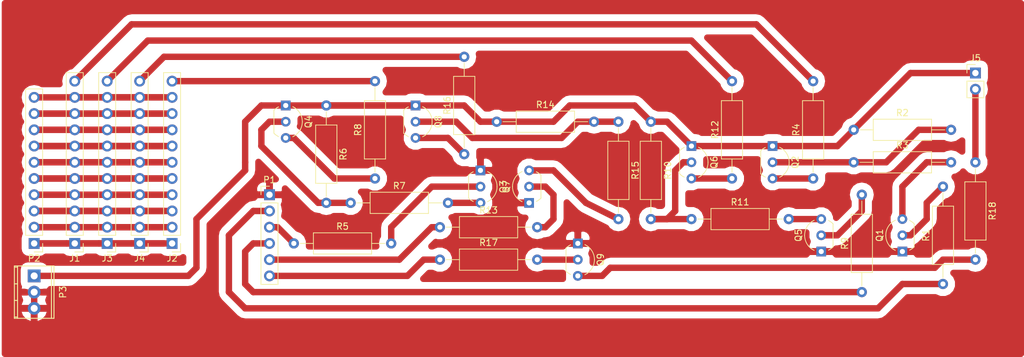
<source format=kicad_pcb>
(kicad_pcb (version 4) (host pcbnew 4.0.7)

  (general
    (links 88)
    (no_connects 0)
    (area 68.18412 34.29 228.600001 90.170001)
    (thickness 1.6)
    (drawings 0)
    (tracks 225)
    (zones 0)
    (modules 35)
    (nets 41)
  )

  (page A4)
  (layers
    (0 F.Cu signal)
    (31 B.Cu signal)
    (32 B.Adhes user)
    (33 F.Adhes user)
    (34 B.Paste user)
    (35 F.Paste user)
    (36 B.SilkS user)
    (37 F.SilkS user)
    (38 B.Mask user)
    (39 F.Mask user)
    (40 Dwgs.User user)
    (41 Cmts.User user)
    (42 Eco1.User user)
    (43 Eco2.User user)
    (44 Edge.Cuts user)
    (45 Margin user)
    (46 B.CrtYd user)
    (47 F.CrtYd user)
    (48 B.Fab user)
    (49 F.Fab user)
  )

  (setup
    (last_trace_width 1)
    (trace_clearance 0.2)
    (zone_clearance 1.08)
    (zone_45_only no)
    (trace_min 0.2)
    (segment_width 0.2)
    (edge_width 0.15)
    (via_size 0.6)
    (via_drill 0.4)
    (via_min_size 0.4)
    (via_min_drill 0.3)
    (uvia_size 0.3)
    (uvia_drill 0.1)
    (uvias_allowed no)
    (uvia_min_size 0.2)
    (uvia_min_drill 0.1)
    (pcb_text_width 0.3)
    (pcb_text_size 1.5 1.5)
    (mod_edge_width 0.15)
    (mod_text_size 1 1)
    (mod_text_width 0.15)
    (pad_size 1.524 1.524)
    (pad_drill 0.762)
    (pad_to_mask_clearance 0.2)
    (aux_axis_origin 0 0)
    (visible_elements 7FFFFFFF)
    (pcbplotparams
      (layerselection 0x00030_80000001)
      (usegerberextensions false)
      (excludeedgelayer true)
      (linewidth 0.100000)
      (plotframeref false)
      (viasonmask false)
      (mode 1)
      (useauxorigin false)
      (hpglpennumber 1)
      (hpglpenspeed 20)
      (hpglpendiameter 15)
      (hpglpenoverlay 2)
      (psnegative false)
      (psa4output false)
      (plotreference true)
      (plotvalue true)
      (plotinvisibletext false)
      (padsonsilk false)
      (subtractmaskfromsilk false)
      (outputformat 1)
      (mirror false)
      (drillshape 1)
      (scaleselection 1)
      (outputdirectory ""))
  )

  (net 0 "")
  (net 1 GND)
  (net 2 "Net-(P1-Pad2)")
  (net 3 "Net-(P1-Pad3)")
  (net 4 "Net-(P1-Pad4)")
  (net 5 "Net-(P1-Pad5)")
  (net 6 "Net-(P1-Pad6)")
  (net 7 VCC)
  (net 8 "Net-(Q1-Pad2)")
  (net 9 "Net-(Q1-Pad3)")
  (net 10 "Net-(Q2-Pad2)")
  (net 11 "Net-(Q2-Pad3)")
  (net 12 "Net-(Q3-Pad2)")
  (net 13 "Net-(Q3-Pad3)")
  (net 14 "Net-(Q4-Pad2)")
  (net 15 "Net-(Q4-Pad3)")
  (net 16 "Net-(Q5-Pad2)")
  (net 17 "Net-(Q5-Pad3)")
  (net 18 "Net-(Q6-Pad2)")
  (net 19 "Net-(Q6-Pad3)")
  (net 20 "Net-(Q7-Pad2)")
  (net 21 "Net-(Q7-Pad3)")
  (net 22 "Net-(Q8-Pad2)")
  (net 23 "Net-(Q8-Pad3)")
  (net 24 "Net-(Q9-Pad2)")
  (net 25 "Net-(Q9-Pad3)")
  (net 26 "Net-(J1-Pad1)")
  (net 27 "Net-(J1-Pad2)")
  (net 28 "Net-(J1-Pad3)")
  (net 29 "Net-(J1-Pad4)")
  (net 30 "Net-(J1-Pad5)")
  (net 31 "Net-(J1-Pad6)")
  (net 32 "Net-(J1-Pad7)")
  (net 33 "Net-(J1-Pad8)")
  (net 34 "Net-(J1-Pad9)")
  (net 35 "Net-(J1-Pad10)")
  (net 36 "Net-(J1-Pad11)")
  (net 37 "Net-(J2-Pad11)")
  (net 38 "Net-(J3-Pad11)")
  (net 39 "Net-(J4-Pad11)")
  (net 40 "Net-(J5-Pad2)")

  (net_class Default "To jest domyślna klasa połączeń."
    (clearance 0.2)
    (trace_width 1)
    (via_dia 0.6)
    (via_drill 0.4)
    (uvia_dia 0.3)
    (uvia_drill 0.1)
    (add_net GND)
    (add_net "Net-(J1-Pad1)")
    (add_net "Net-(J1-Pad10)")
    (add_net "Net-(J1-Pad11)")
    (add_net "Net-(J1-Pad2)")
    (add_net "Net-(J1-Pad3)")
    (add_net "Net-(J1-Pad4)")
    (add_net "Net-(J1-Pad5)")
    (add_net "Net-(J1-Pad6)")
    (add_net "Net-(J1-Pad7)")
    (add_net "Net-(J1-Pad8)")
    (add_net "Net-(J1-Pad9)")
    (add_net "Net-(J2-Pad11)")
    (add_net "Net-(J3-Pad11)")
    (add_net "Net-(J4-Pad11)")
    (add_net "Net-(J5-Pad2)")
    (add_net "Net-(P1-Pad2)")
    (add_net "Net-(P1-Pad3)")
    (add_net "Net-(P1-Pad4)")
    (add_net "Net-(P1-Pad5)")
    (add_net "Net-(P1-Pad6)")
    (add_net "Net-(Q1-Pad2)")
    (add_net "Net-(Q1-Pad3)")
    (add_net "Net-(Q2-Pad2)")
    (add_net "Net-(Q2-Pad3)")
    (add_net "Net-(Q3-Pad2)")
    (add_net "Net-(Q3-Pad3)")
    (add_net "Net-(Q4-Pad2)")
    (add_net "Net-(Q4-Pad3)")
    (add_net "Net-(Q5-Pad2)")
    (add_net "Net-(Q5-Pad3)")
    (add_net "Net-(Q6-Pad2)")
    (add_net "Net-(Q6-Pad3)")
    (add_net "Net-(Q7-Pad2)")
    (add_net "Net-(Q7-Pad3)")
    (add_net "Net-(Q8-Pad2)")
    (add_net "Net-(Q8-Pad3)")
    (add_net "Net-(Q9-Pad2)")
    (add_net "Net-(Q9-Pad3)")
    (add_net VCC)
  )

  (module TO_SOT_Packages_THT:TO-92_Inline_Wide placed (layer F.Cu) (tedit 58610935) (tstamp 58BB2251)
    (at 158.75 72.39 270)
    (descr "TO-92 leads in-line, wide, drill 0.8mm (see NXP sot054_po.pdf)")
    (tags "to-92 sc-43 sc-43a sot54 PA33 transistor")
    (path /58BB2EF6)
    (fp_text reference Q9 (at 2.54 -3.56 450) (layer F.SilkS)
      (effects (font (size 1 1) (thickness 0.15)))
    )
    (fp_text value MPSA42 (at 2.54 2.79 270) (layer F.Fab)
      (effects (font (size 1 1) (thickness 0.15)))
    )
    (fp_text user %R (at 2.54 -3.56 450) (layer F.Fab)
      (effects (font (size 1 1) (thickness 0.15)))
    )
    (fp_line (start 0.74 1.85) (end 4.34 1.85) (layer F.SilkS) (width 0.12))
    (fp_line (start 0.8 1.75) (end 4.3 1.75) (layer F.Fab) (width 0.1))
    (fp_line (start -1.01 -2.73) (end 6.09 -2.73) (layer F.CrtYd) (width 0.05))
    (fp_line (start -1.01 -2.73) (end -1.01 2.01) (layer F.CrtYd) (width 0.05))
    (fp_line (start 6.09 2.01) (end 6.09 -2.73) (layer F.CrtYd) (width 0.05))
    (fp_line (start 6.09 2.01) (end -1.01 2.01) (layer F.CrtYd) (width 0.05))
    (fp_arc (start 2.54 0) (end 0.74 1.85) (angle 20) (layer F.SilkS) (width 0.12))
    (fp_arc (start 2.54 0) (end 2.54 -2.6) (angle -65) (layer F.SilkS) (width 0.12))
    (fp_arc (start 2.54 0) (end 2.54 -2.6) (angle 65) (layer F.SilkS) (width 0.12))
    (fp_arc (start 2.54 0) (end 2.54 -2.48) (angle 135) (layer F.Fab) (width 0.1))
    (fp_arc (start 2.54 0) (end 2.54 -2.48) (angle -135) (layer F.Fab) (width 0.1))
    (fp_arc (start 2.54 0) (end 4.34 1.85) (angle -20) (layer F.SilkS) (width 0.12))
    (pad 2 thru_hole circle (at 2.54 0) (size 1.52 1.52) (drill 0.8) (layers *.Cu *.Mask)
      (net 24 "Net-(Q9-Pad2)"))
    (pad 3 thru_hole circle (at 5.08 0) (size 1.52 1.52) (drill 0.8) (layers *.Cu *.Mask)
      (net 25 "Net-(Q9-Pad3)"))
    (pad 1 thru_hole rect (at 0 0) (size 1.52 1.52) (drill 0.8) (layers *.Cu *.Mask)
      (net 1 GND))
    (model TO_SOT_Packages_THT.3dshapes/TO-92_Inline_Wide.wrl
      (at (xyz 0.1 0 0))
      (scale (xyz 1 1 1))
      (rotate (xyz 0 0 -90))
    )
  )

  (module Socket_Strips:Socket_Strip_Straight_1x06_Pitch2.54mm placed (layer F.Cu) (tedit 588DE956) (tstamp 58BB21FD)
    (at 110.49 64.77)
    (descr "Through hole straight socket strip, 1x06, 2.54mm pitch, single row")
    (tags "Through hole socket strip THT 1x06 2.54mm single row")
    (path /58BB90BE)
    (fp_text reference P1 (at 0 -2.33) (layer F.SilkS)
      (effects (font (size 1 1) (thickness 0.15)))
    )
    (fp_text value CONN_01X06 (at 0 15.03) (layer F.Fab)
      (effects (font (size 1 1) (thickness 0.15)))
    )
    (fp_line (start -1.27 -1.27) (end -1.27 13.97) (layer F.Fab) (width 0.1))
    (fp_line (start -1.27 13.97) (end 1.27 13.97) (layer F.Fab) (width 0.1))
    (fp_line (start 1.27 13.97) (end 1.27 -1.27) (layer F.Fab) (width 0.1))
    (fp_line (start 1.27 -1.27) (end -1.27 -1.27) (layer F.Fab) (width 0.1))
    (fp_line (start -1.33 1.27) (end -1.33 14.03) (layer F.SilkS) (width 0.12))
    (fp_line (start -1.33 14.03) (end 1.33 14.03) (layer F.SilkS) (width 0.12))
    (fp_line (start 1.33 14.03) (end 1.33 1.27) (layer F.SilkS) (width 0.12))
    (fp_line (start 1.33 1.27) (end -1.33 1.27) (layer F.SilkS) (width 0.12))
    (fp_line (start -1.33 0) (end -1.33 -1.33) (layer F.SilkS) (width 0.12))
    (fp_line (start -1.33 -1.33) (end 0 -1.33) (layer F.SilkS) (width 0.12))
    (fp_line (start -1.55 -1.55) (end -1.55 14.25) (layer F.CrtYd) (width 0.05))
    (fp_line (start -1.55 14.25) (end 1.55 14.25) (layer F.CrtYd) (width 0.05))
    (fp_line (start 1.55 14.25) (end 1.55 -1.55) (layer F.CrtYd) (width 0.05))
    (fp_line (start 1.55 -1.55) (end -1.55 -1.55) (layer F.CrtYd) (width 0.05))
    (pad 1 thru_hole rect (at 0 0) (size 1.7 1.7) (drill 1) (layers *.Cu *.Mask)
      (net 1 GND))
    (pad 2 thru_hole oval (at 0 2.54) (size 1.7 1.7) (drill 1) (layers *.Cu *.Mask)
      (net 2 "Net-(P1-Pad2)"))
    (pad 3 thru_hole oval (at 0 5.08) (size 1.7 1.7) (drill 1) (layers *.Cu *.Mask)
      (net 3 "Net-(P1-Pad3)"))
    (pad 4 thru_hole oval (at 0 7.62) (size 1.7 1.7) (drill 1) (layers *.Cu *.Mask)
      (net 4 "Net-(P1-Pad4)"))
    (pad 5 thru_hole oval (at 0 10.16) (size 1.7 1.7) (drill 1) (layers *.Cu *.Mask)
      (net 5 "Net-(P1-Pad5)"))
    (pad 6 thru_hole oval (at 0 12.7) (size 1.7 1.7) (drill 1) (layers *.Cu *.Mask)
      (net 6 "Net-(P1-Pad6)"))
    (model Socket_Strips.3dshapes/Socket_Strip_Straight_1x06_Pitch2.54mm.wrl
      (at (xyz 0 -0.25 0))
      (scale (xyz 1 1 1))
      (rotate (xyz 0 0 270))
    )
  )

  (module Socket_Strips:Socket_Strip_Straight_1x10_Pitch2.54mm placed (layer F.Cu) (tedit 588DE956) (tstamp 58BB220B)
    (at 73.66 72.39 180)
    (descr "Through hole straight socket strip, 1x10, 2.54mm pitch, single row")
    (tags "Through hole socket strip THT 1x10 2.54mm single row")
    (path /58BB4AFE)
    (fp_text reference P2 (at 0 -2.33 180) (layer F.SilkS)
      (effects (font (size 1 1) (thickness 0.15)))
    )
    (fp_text value CONN_01X10 (at 0 25.19 180) (layer F.Fab)
      (effects (font (size 1 1) (thickness 0.15)))
    )
    (fp_line (start -1.27 -1.27) (end -1.27 24.13) (layer F.Fab) (width 0.1))
    (fp_line (start -1.27 24.13) (end 1.27 24.13) (layer F.Fab) (width 0.1))
    (fp_line (start 1.27 24.13) (end 1.27 -1.27) (layer F.Fab) (width 0.1))
    (fp_line (start 1.27 -1.27) (end -1.27 -1.27) (layer F.Fab) (width 0.1))
    (fp_line (start -1.33 1.27) (end -1.33 24.19) (layer F.SilkS) (width 0.12))
    (fp_line (start -1.33 24.19) (end 1.33 24.19) (layer F.SilkS) (width 0.12))
    (fp_line (start 1.33 24.19) (end 1.33 1.27) (layer F.SilkS) (width 0.12))
    (fp_line (start 1.33 1.27) (end -1.33 1.27) (layer F.SilkS) (width 0.12))
    (fp_line (start -1.33 0) (end -1.33 -1.33) (layer F.SilkS) (width 0.12))
    (fp_line (start -1.33 -1.33) (end 0 -1.33) (layer F.SilkS) (width 0.12))
    (fp_line (start -1.55 -1.55) (end -1.55 24.4) (layer F.CrtYd) (width 0.05))
    (fp_line (start -1.55 24.4) (end 1.55 24.4) (layer F.CrtYd) (width 0.05))
    (fp_line (start 1.55 24.4) (end 1.55 -1.55) (layer F.CrtYd) (width 0.05))
    (fp_line (start 1.55 -1.55) (end -1.55 -1.55) (layer F.CrtYd) (width 0.05))
    (pad 1 thru_hole rect (at 0 0 180) (size 1.7 1.7) (drill 1) (layers *.Cu *.Mask)
      (net 26 "Net-(J1-Pad1)"))
    (pad 2 thru_hole oval (at 0 2.54 180) (size 1.7 1.7) (drill 1) (layers *.Cu *.Mask)
      (net 27 "Net-(J1-Pad2)"))
    (pad 3 thru_hole oval (at 0 5.08 180) (size 1.7 1.7) (drill 1) (layers *.Cu *.Mask)
      (net 28 "Net-(J1-Pad3)"))
    (pad 4 thru_hole oval (at 0 7.62 180) (size 1.7 1.7) (drill 1) (layers *.Cu *.Mask)
      (net 29 "Net-(J1-Pad4)"))
    (pad 5 thru_hole oval (at 0 10.16 180) (size 1.7 1.7) (drill 1) (layers *.Cu *.Mask)
      (net 30 "Net-(J1-Pad5)"))
    (pad 6 thru_hole oval (at 0 12.7 180) (size 1.7 1.7) (drill 1) (layers *.Cu *.Mask)
      (net 31 "Net-(J1-Pad6)"))
    (pad 7 thru_hole oval (at 0 15.24 180) (size 1.7 1.7) (drill 1) (layers *.Cu *.Mask)
      (net 32 "Net-(J1-Pad7)"))
    (pad 8 thru_hole oval (at 0 17.78 180) (size 1.7 1.7) (drill 1) (layers *.Cu *.Mask)
      (net 33 "Net-(J1-Pad8)"))
    (pad 9 thru_hole oval (at 0 20.32 180) (size 1.7 1.7) (drill 1) (layers *.Cu *.Mask)
      (net 34 "Net-(J1-Pad9)"))
    (pad 10 thru_hole oval (at 0 22.86 180) (size 1.7 1.7) (drill 1) (layers *.Cu *.Mask)
      (net 35 "Net-(J1-Pad10)"))
    (model Socket_Strips.3dshapes/Socket_Strip_Straight_1x10_Pitch2.54mm.wrl
      (at (xyz 0 -0.45 0))
      (scale (xyz 1 1 1))
      (rotate (xyz 0 0 270))
    )
  )

  (module Terminal_Blocks:TerminalBlock_Pheonix_MPT-2.54mm_3pol placed (layer F.Cu) (tedit 0) (tstamp 58BB2212)
    (at 73.66 77.47 270)
    (descr "3-way 2.54mm pitch terminal block, Phoenix MPT series")
    (path /58BB9390)
    (fp_text reference P3 (at 2.54 -4.50088 270) (layer F.SilkS)
      (effects (font (size 1 1) (thickness 0.15)))
    )
    (fp_text value CONN_01X03 (at 2.54 4.50088 270) (layer F.Fab)
      (effects (font (size 1 1) (thickness 0.15)))
    )
    (fp_line (start -1.778 3.302) (end 6.858 3.302) (layer F.CrtYd) (width 0.05))
    (fp_line (start -1.778 -3.302) (end -1.778 3.302) (layer F.CrtYd) (width 0.05))
    (fp_line (start 6.858 -3.302) (end -1.778 -3.302) (layer F.CrtYd) (width 0.05))
    (fp_line (start 6.858 3.302) (end 6.858 -3.302) (layer F.CrtYd) (width 0.05))
    (fp_line (start 6.63956 -3.0988) (end -1.55956 -3.0988) (layer F.SilkS) (width 0.15))
    (fp_line (start 6.63956 -2.70002) (end -1.55956 -2.70002) (layer F.SilkS) (width 0.15))
    (fp_line (start 6.63956 2.60096) (end -1.55956 2.60096) (layer F.SilkS) (width 0.15))
    (fp_line (start -1.55956 3.0988) (end 6.63956 3.0988) (layer F.SilkS) (width 0.15))
    (fp_line (start 3.84048 2.60096) (end 3.84048 3.0988) (layer F.SilkS) (width 0.15))
    (fp_line (start -1.3589 3.0988) (end -1.3589 2.60096) (layer F.SilkS) (width 0.15))
    (fp_line (start 6.44144 2.60096) (end 6.44144 3.0988) (layer F.SilkS) (width 0.15))
    (fp_line (start 1.24206 3.0988) (end 1.24206 2.60096) (layer F.SilkS) (width 0.15))
    (fp_line (start 6.63956 3.0988) (end 6.63956 -3.0988) (layer F.SilkS) (width 0.15))
    (fp_line (start -1.55702 -3.0988) (end -1.55702 3.0988) (layer F.SilkS) (width 0.15))
    (pad 3 thru_hole oval (at 5.08 0 270) (size 1.99898 1.99898) (drill 1.09728) (layers *.Cu *.Mask)
      (net 1 GND))
    (pad 1 thru_hole rect (at 0 0 270) (size 1.99898 1.99898) (drill 1.09728) (layers *.Cu *.Mask)
      (net 7 VCC))
    (pad 2 thru_hole oval (at 2.54 0 270) (size 1.99898 1.99898) (drill 1.09728) (layers *.Cu *.Mask)
      (net 1 GND))
    (model Terminal_Blocks.3dshapes/TerminalBlock_Pheonix_MPT-2.54mm_3pol.wrl
      (at (xyz 0.1 0 0))
      (scale (xyz 1 1 1))
      (rotate (xyz 0 0 0))
    )
  )

  (module TO_SOT_Packages_THT:TO-92_Inline_Wide placed (layer F.Cu) (tedit 58BB28D6) (tstamp 58BB2219)
    (at 209.55 73.66 90)
    (descr "TO-92 leads in-line, wide, drill 0.8mm (see NXP sot054_po.pdf)")
    (tags "to-92 sc-43 sc-43a sot54 PA33 transistor")
    (path /58BAFA75)
    (fp_text reference Q1 (at 2.54 -3.56 270) (layer F.SilkS)
      (effects (font (size 1 1) (thickness 0.15)))
    )
    (fp_text value MPSA42 (at 2.54 2.79 180) (layer F.Fab)
      (effects (font (size 1 1) (thickness 0.15)))
    )
    (fp_text user %R (at 2.54 -3.56 270) (layer F.Fab)
      (effects (font (size 1 1) (thickness 0.15)))
    )
    (fp_line (start 0.74 1.85) (end 4.34 1.85) (layer F.SilkS) (width 0.12))
    (fp_line (start 0.8 1.75) (end 4.3 1.75) (layer F.Fab) (width 0.1))
    (fp_line (start -1.01 -2.73) (end 6.09 -2.73) (layer F.CrtYd) (width 0.05))
    (fp_line (start -1.01 -2.73) (end -1.01 2.01) (layer F.CrtYd) (width 0.05))
    (fp_line (start 6.09 2.01) (end 6.09 -2.73) (layer F.CrtYd) (width 0.05))
    (fp_line (start 6.09 2.01) (end -1.01 2.01) (layer F.CrtYd) (width 0.05))
    (fp_arc (start 2.54 0) (end 0.74 1.85) (angle 20) (layer F.SilkS) (width 0.12))
    (fp_arc (start 2.54 0) (end 2.54 -2.6) (angle -65) (layer F.SilkS) (width 0.12))
    (fp_arc (start 2.54 0) (end 2.54 -2.6) (angle 65) (layer F.SilkS) (width 0.12))
    (fp_arc (start 2.54 0) (end 2.54 -2.48) (angle 135) (layer F.Fab) (width 0.1))
    (fp_arc (start 2.54 0) (end 2.54 -2.48) (angle -135) (layer F.Fab) (width 0.1))
    (fp_arc (start 2.54 0) (end 4.34 1.85) (angle -20) (layer F.SilkS) (width 0.12))
    (pad 2 thru_hole circle (at 2.54 0 180) (size 1.52 1.52) (drill 0.8) (layers *.Cu *.Mask)
      (net 8 "Net-(Q1-Pad2)"))
    (pad 3 thru_hole circle (at 5.08 0 180) (size 1.52 1.52) (drill 0.8) (layers *.Cu *.Mask)
      (net 9 "Net-(Q1-Pad3)"))
    (pad 1 thru_hole rect (at 0 0 180) (size 1.52 1.52) (drill 0.8) (layers *.Cu *.Mask)
      (net 1 GND))
    (model TO_SOT_Packages_THT.3dshapes/TO-92_Inline_Wide.wrl
      (at (xyz 0.1 0 0))
      (scale (xyz 1 1 1))
      (rotate (xyz 0 0 -90))
    )
  )

  (module TO_SOT_Packages_THT:TO-92_Inline_Wide placed (layer F.Cu) (tedit 58610935) (tstamp 58BB2220)
    (at 189.23 57.15 270)
    (descr "TO-92 leads in-line, wide, drill 0.8mm (see NXP sot054_po.pdf)")
    (tags "to-92 sc-43 sc-43a sot54 PA33 transistor")
    (path /58BAFADC)
    (fp_text reference Q2 (at 2.54 -3.56 450) (layer F.SilkS)
      (effects (font (size 1 1) (thickness 0.15)))
    )
    (fp_text value MPSA92 (at 2.54 2.79 270) (layer F.Fab)
      (effects (font (size 1 1) (thickness 0.15)))
    )
    (fp_text user %R (at 2.54 -3.56 450) (layer F.Fab)
      (effects (font (size 1 1) (thickness 0.15)))
    )
    (fp_line (start 0.74 1.85) (end 4.34 1.85) (layer F.SilkS) (width 0.12))
    (fp_line (start 0.8 1.75) (end 4.3 1.75) (layer F.Fab) (width 0.1))
    (fp_line (start -1.01 -2.73) (end 6.09 -2.73) (layer F.CrtYd) (width 0.05))
    (fp_line (start -1.01 -2.73) (end -1.01 2.01) (layer F.CrtYd) (width 0.05))
    (fp_line (start 6.09 2.01) (end 6.09 -2.73) (layer F.CrtYd) (width 0.05))
    (fp_line (start 6.09 2.01) (end -1.01 2.01) (layer F.CrtYd) (width 0.05))
    (fp_arc (start 2.54 0) (end 0.74 1.85) (angle 20) (layer F.SilkS) (width 0.12))
    (fp_arc (start 2.54 0) (end 2.54 -2.6) (angle -65) (layer F.SilkS) (width 0.12))
    (fp_arc (start 2.54 0) (end 2.54 -2.6) (angle 65) (layer F.SilkS) (width 0.12))
    (fp_arc (start 2.54 0) (end 2.54 -2.48) (angle 135) (layer F.Fab) (width 0.1))
    (fp_arc (start 2.54 0) (end 2.54 -2.48) (angle -135) (layer F.Fab) (width 0.1))
    (fp_arc (start 2.54 0) (end 4.34 1.85) (angle -20) (layer F.SilkS) (width 0.12))
    (pad 2 thru_hole circle (at 2.54 0) (size 1.52 1.52) (drill 0.8) (layers *.Cu *.Mask)
      (net 10 "Net-(Q2-Pad2)"))
    (pad 3 thru_hole circle (at 5.08 0) (size 1.52 1.52) (drill 0.8) (layers *.Cu *.Mask)
      (net 11 "Net-(Q2-Pad3)"))
    (pad 1 thru_hole rect (at 0 0) (size 1.52 1.52) (drill 0.8) (layers *.Cu *.Mask)
      (net 7 VCC))
    (model TO_SOT_Packages_THT.3dshapes/TO-92_Inline_Wide.wrl
      (at (xyz 0.1 0 0))
      (scale (xyz 1 1 1))
      (rotate (xyz 0 0 -90))
    )
  )

  (module TO_SOT_Packages_THT:TO-92_Inline_Wide placed (layer F.Cu) (tedit 58610935) (tstamp 58BB2227)
    (at 143.51 60.96 270)
    (descr "TO-92 leads in-line, wide, drill 0.8mm (see NXP sot054_po.pdf)")
    (tags "to-92 sc-43 sc-43a sot54 PA33 transistor")
    (path /58BB051A)
    (fp_text reference Q3 (at 2.54 -3.56 450) (layer F.SilkS)
      (effects (font (size 1 1) (thickness 0.15)))
    )
    (fp_text value MPSA42 (at 2.54 2.79 270) (layer F.Fab)
      (effects (font (size 1 1) (thickness 0.15)))
    )
    (fp_text user %R (at 2.54 -3.56 450) (layer F.Fab)
      (effects (font (size 1 1) (thickness 0.15)))
    )
    (fp_line (start 0.74 1.85) (end 4.34 1.85) (layer F.SilkS) (width 0.12))
    (fp_line (start 0.8 1.75) (end 4.3 1.75) (layer F.Fab) (width 0.1))
    (fp_line (start -1.01 -2.73) (end 6.09 -2.73) (layer F.CrtYd) (width 0.05))
    (fp_line (start -1.01 -2.73) (end -1.01 2.01) (layer F.CrtYd) (width 0.05))
    (fp_line (start 6.09 2.01) (end 6.09 -2.73) (layer F.CrtYd) (width 0.05))
    (fp_line (start 6.09 2.01) (end -1.01 2.01) (layer F.CrtYd) (width 0.05))
    (fp_arc (start 2.54 0) (end 0.74 1.85) (angle 20) (layer F.SilkS) (width 0.12))
    (fp_arc (start 2.54 0) (end 2.54 -2.6) (angle -65) (layer F.SilkS) (width 0.12))
    (fp_arc (start 2.54 0) (end 2.54 -2.6) (angle 65) (layer F.SilkS) (width 0.12))
    (fp_arc (start 2.54 0) (end 2.54 -2.48) (angle 135) (layer F.Fab) (width 0.1))
    (fp_arc (start 2.54 0) (end 2.54 -2.48) (angle -135) (layer F.Fab) (width 0.1))
    (fp_arc (start 2.54 0) (end 4.34 1.85) (angle -20) (layer F.SilkS) (width 0.12))
    (pad 2 thru_hole circle (at 2.54 0) (size 1.52 1.52) (drill 0.8) (layers *.Cu *.Mask)
      (net 12 "Net-(Q3-Pad2)"))
    (pad 3 thru_hole circle (at 5.08 0) (size 1.52 1.52) (drill 0.8) (layers *.Cu *.Mask)
      (net 13 "Net-(Q3-Pad3)"))
    (pad 1 thru_hole rect (at 0 0) (size 1.52 1.52) (drill 0.8) (layers *.Cu *.Mask)
      (net 1 GND))
    (model TO_SOT_Packages_THT.3dshapes/TO-92_Inline_Wide.wrl
      (at (xyz 0.1 0 0))
      (scale (xyz 1 1 1))
      (rotate (xyz 0 0 -90))
    )
  )

  (module TO_SOT_Packages_THT:TO-92_Inline_Wide placed (layer F.Cu) (tedit 58610935) (tstamp 58BB222E)
    (at 113.03 50.8 270)
    (descr "TO-92 leads in-line, wide, drill 0.8mm (see NXP sot054_po.pdf)")
    (tags "to-92 sc-43 sc-43a sot54 PA33 transistor")
    (path /58BB0520)
    (fp_text reference Q4 (at 2.54 -3.56 450) (layer F.SilkS)
      (effects (font (size 1 1) (thickness 0.15)))
    )
    (fp_text value MPSA92 (at 2.54 2.79 270) (layer F.Fab)
      (effects (font (size 1 1) (thickness 0.15)))
    )
    (fp_text user %R (at 2.54 -3.56 450) (layer F.Fab)
      (effects (font (size 1 1) (thickness 0.15)))
    )
    (fp_line (start 0.74 1.85) (end 4.34 1.85) (layer F.SilkS) (width 0.12))
    (fp_line (start 0.8 1.75) (end 4.3 1.75) (layer F.Fab) (width 0.1))
    (fp_line (start -1.01 -2.73) (end 6.09 -2.73) (layer F.CrtYd) (width 0.05))
    (fp_line (start -1.01 -2.73) (end -1.01 2.01) (layer F.CrtYd) (width 0.05))
    (fp_line (start 6.09 2.01) (end 6.09 -2.73) (layer F.CrtYd) (width 0.05))
    (fp_line (start 6.09 2.01) (end -1.01 2.01) (layer F.CrtYd) (width 0.05))
    (fp_arc (start 2.54 0) (end 0.74 1.85) (angle 20) (layer F.SilkS) (width 0.12))
    (fp_arc (start 2.54 0) (end 2.54 -2.6) (angle -65) (layer F.SilkS) (width 0.12))
    (fp_arc (start 2.54 0) (end 2.54 -2.6) (angle 65) (layer F.SilkS) (width 0.12))
    (fp_arc (start 2.54 0) (end 2.54 -2.48) (angle 135) (layer F.Fab) (width 0.1))
    (fp_arc (start 2.54 0) (end 2.54 -2.48) (angle -135) (layer F.Fab) (width 0.1))
    (fp_arc (start 2.54 0) (end 4.34 1.85) (angle -20) (layer F.SilkS) (width 0.12))
    (pad 2 thru_hole circle (at 2.54 0) (size 1.52 1.52) (drill 0.8) (layers *.Cu *.Mask)
      (net 14 "Net-(Q4-Pad2)"))
    (pad 3 thru_hole circle (at 5.08 0) (size 1.52 1.52) (drill 0.8) (layers *.Cu *.Mask)
      (net 15 "Net-(Q4-Pad3)"))
    (pad 1 thru_hole rect (at 0 0) (size 1.52 1.52) (drill 0.8) (layers *.Cu *.Mask)
      (net 7 VCC))
    (model TO_SOT_Packages_THT.3dshapes/TO-92_Inline_Wide.wrl
      (at (xyz 0.1 0 0))
      (scale (xyz 1 1 1))
      (rotate (xyz 0 0 -90))
    )
  )

  (module TO_SOT_Packages_THT:TO-92_Inline_Wide placed (layer F.Cu) (tedit 58610935) (tstamp 58BB2235)
    (at 196.85 73.66 90)
    (descr "TO-92 leads in-line, wide, drill 0.8mm (see NXP sot054_po.pdf)")
    (tags "to-92 sc-43 sc-43a sot54 PA33 transistor")
    (path /58BB070F)
    (fp_text reference Q5 (at 2.54 -3.56 270) (layer F.SilkS)
      (effects (font (size 1 1) (thickness 0.15)))
    )
    (fp_text value MPSA42 (at 2.54 2.79 90) (layer F.Fab)
      (effects (font (size 1 1) (thickness 0.15)))
    )
    (fp_text user %R (at 2.54 -3.56 270) (layer F.Fab)
      (effects (font (size 1 1) (thickness 0.15)))
    )
    (fp_line (start 0.74 1.85) (end 4.34 1.85) (layer F.SilkS) (width 0.12))
    (fp_line (start 0.8 1.75) (end 4.3 1.75) (layer F.Fab) (width 0.1))
    (fp_line (start -1.01 -2.73) (end 6.09 -2.73) (layer F.CrtYd) (width 0.05))
    (fp_line (start -1.01 -2.73) (end -1.01 2.01) (layer F.CrtYd) (width 0.05))
    (fp_line (start 6.09 2.01) (end 6.09 -2.73) (layer F.CrtYd) (width 0.05))
    (fp_line (start 6.09 2.01) (end -1.01 2.01) (layer F.CrtYd) (width 0.05))
    (fp_arc (start 2.54 0) (end 0.74 1.85) (angle 20) (layer F.SilkS) (width 0.12))
    (fp_arc (start 2.54 0) (end 2.54 -2.6) (angle -65) (layer F.SilkS) (width 0.12))
    (fp_arc (start 2.54 0) (end 2.54 -2.6) (angle 65) (layer F.SilkS) (width 0.12))
    (fp_arc (start 2.54 0) (end 2.54 -2.48) (angle 135) (layer F.Fab) (width 0.1))
    (fp_arc (start 2.54 0) (end 2.54 -2.48) (angle -135) (layer F.Fab) (width 0.1))
    (fp_arc (start 2.54 0) (end 4.34 1.85) (angle -20) (layer F.SilkS) (width 0.12))
    (pad 2 thru_hole circle (at 2.54 0 180) (size 1.52 1.52) (drill 0.8) (layers *.Cu *.Mask)
      (net 16 "Net-(Q5-Pad2)"))
    (pad 3 thru_hole circle (at 5.08 0 180) (size 1.52 1.52) (drill 0.8) (layers *.Cu *.Mask)
      (net 17 "Net-(Q5-Pad3)"))
    (pad 1 thru_hole rect (at 0 0 180) (size 1.52 1.52) (drill 0.8) (layers *.Cu *.Mask)
      (net 1 GND))
    (model TO_SOT_Packages_THT.3dshapes/TO-92_Inline_Wide.wrl
      (at (xyz 0.1 0 0))
      (scale (xyz 1 1 1))
      (rotate (xyz 0 0 -90))
    )
  )

  (module TO_SOT_Packages_THT:TO-92_Inline_Wide placed (layer F.Cu) (tedit 58610935) (tstamp 58BB223C)
    (at 176.53 57.15 270)
    (descr "TO-92 leads in-line, wide, drill 0.8mm (see NXP sot054_po.pdf)")
    (tags "to-92 sc-43 sc-43a sot54 PA33 transistor")
    (path /58BB0715)
    (fp_text reference Q6 (at 2.54 -3.56 450) (layer F.SilkS)
      (effects (font (size 1 1) (thickness 0.15)))
    )
    (fp_text value MPSA92 (at 2.54 2.79 270) (layer F.Fab)
      (effects (font (size 1 1) (thickness 0.15)))
    )
    (fp_text user %R (at 2.54 -3.56 450) (layer F.Fab)
      (effects (font (size 1 1) (thickness 0.15)))
    )
    (fp_line (start 0.74 1.85) (end 4.34 1.85) (layer F.SilkS) (width 0.12))
    (fp_line (start 0.8 1.75) (end 4.3 1.75) (layer F.Fab) (width 0.1))
    (fp_line (start -1.01 -2.73) (end 6.09 -2.73) (layer F.CrtYd) (width 0.05))
    (fp_line (start -1.01 -2.73) (end -1.01 2.01) (layer F.CrtYd) (width 0.05))
    (fp_line (start 6.09 2.01) (end 6.09 -2.73) (layer F.CrtYd) (width 0.05))
    (fp_line (start 6.09 2.01) (end -1.01 2.01) (layer F.CrtYd) (width 0.05))
    (fp_arc (start 2.54 0) (end 0.74 1.85) (angle 20) (layer F.SilkS) (width 0.12))
    (fp_arc (start 2.54 0) (end 2.54 -2.6) (angle -65) (layer F.SilkS) (width 0.12))
    (fp_arc (start 2.54 0) (end 2.54 -2.6) (angle 65) (layer F.SilkS) (width 0.12))
    (fp_arc (start 2.54 0) (end 2.54 -2.48) (angle 135) (layer F.Fab) (width 0.1))
    (fp_arc (start 2.54 0) (end 2.54 -2.48) (angle -135) (layer F.Fab) (width 0.1))
    (fp_arc (start 2.54 0) (end 4.34 1.85) (angle -20) (layer F.SilkS) (width 0.12))
    (pad 2 thru_hole circle (at 2.54 0) (size 1.52 1.52) (drill 0.8) (layers *.Cu *.Mask)
      (net 18 "Net-(Q6-Pad2)"))
    (pad 3 thru_hole circle (at 5.08 0) (size 1.52 1.52) (drill 0.8) (layers *.Cu *.Mask)
      (net 19 "Net-(Q6-Pad3)"))
    (pad 1 thru_hole rect (at 0 0) (size 1.52 1.52) (drill 0.8) (layers *.Cu *.Mask)
      (net 7 VCC))
    (model TO_SOT_Packages_THT.3dshapes/TO-92_Inline_Wide.wrl
      (at (xyz 0.1 0 0))
      (scale (xyz 1 1 1))
      (rotate (xyz 0 0 -90))
    )
  )

  (module TO_SOT_Packages_THT:TO-92_Inline_Wide placed (layer F.Cu) (tedit 58610935) (tstamp 58BB2243)
    (at 151.13 66.04 90)
    (descr "TO-92 leads in-line, wide, drill 0.8mm (see NXP sot054_po.pdf)")
    (tags "to-92 sc-43 sc-43a sot54 PA33 transistor")
    (path /58BB0CAE)
    (fp_text reference Q7 (at 2.54 -3.56 270) (layer F.SilkS)
      (effects (font (size 1 1) (thickness 0.15)))
    )
    (fp_text value MPSA42 (at 2.54 2.79 90) (layer F.Fab)
      (effects (font (size 1 1) (thickness 0.15)))
    )
    (fp_text user %R (at 2.54 -3.56 270) (layer F.Fab)
      (effects (font (size 1 1) (thickness 0.15)))
    )
    (fp_line (start 0.74 1.85) (end 4.34 1.85) (layer F.SilkS) (width 0.12))
    (fp_line (start 0.8 1.75) (end 4.3 1.75) (layer F.Fab) (width 0.1))
    (fp_line (start -1.01 -2.73) (end 6.09 -2.73) (layer F.CrtYd) (width 0.05))
    (fp_line (start -1.01 -2.73) (end -1.01 2.01) (layer F.CrtYd) (width 0.05))
    (fp_line (start 6.09 2.01) (end 6.09 -2.73) (layer F.CrtYd) (width 0.05))
    (fp_line (start 6.09 2.01) (end -1.01 2.01) (layer F.CrtYd) (width 0.05))
    (fp_arc (start 2.54 0) (end 0.74 1.85) (angle 20) (layer F.SilkS) (width 0.12))
    (fp_arc (start 2.54 0) (end 2.54 -2.6) (angle -65) (layer F.SilkS) (width 0.12))
    (fp_arc (start 2.54 0) (end 2.54 -2.6) (angle 65) (layer F.SilkS) (width 0.12))
    (fp_arc (start 2.54 0) (end 2.54 -2.48) (angle 135) (layer F.Fab) (width 0.1))
    (fp_arc (start 2.54 0) (end 2.54 -2.48) (angle -135) (layer F.Fab) (width 0.1))
    (fp_arc (start 2.54 0) (end 4.34 1.85) (angle -20) (layer F.SilkS) (width 0.12))
    (pad 2 thru_hole circle (at 2.54 0 180) (size 1.52 1.52) (drill 0.8) (layers *.Cu *.Mask)
      (net 20 "Net-(Q7-Pad2)"))
    (pad 3 thru_hole circle (at 5.08 0 180) (size 1.52 1.52) (drill 0.8) (layers *.Cu *.Mask)
      (net 21 "Net-(Q7-Pad3)"))
    (pad 1 thru_hole rect (at 0 0 180) (size 1.52 1.52) (drill 0.8) (layers *.Cu *.Mask)
      (net 1 GND))
    (model TO_SOT_Packages_THT.3dshapes/TO-92_Inline_Wide.wrl
      (at (xyz 0.1 0 0))
      (scale (xyz 1 1 1))
      (rotate (xyz 0 0 -90))
    )
  )

  (module TO_SOT_Packages_THT:TO-92_Inline_Wide placed (layer F.Cu) (tedit 58610935) (tstamp 58BB224A)
    (at 133.35 50.8 270)
    (descr "TO-92 leads in-line, wide, drill 0.8mm (see NXP sot054_po.pdf)")
    (tags "to-92 sc-43 sc-43a sot54 PA33 transistor")
    (path /58BB0CB4)
    (fp_text reference Q8 (at 2.54 -3.56 450) (layer F.SilkS)
      (effects (font (size 1 1) (thickness 0.15)))
    )
    (fp_text value MPSA92 (at 2.54 2.79 270) (layer F.Fab)
      (effects (font (size 1 1) (thickness 0.15)))
    )
    (fp_text user %R (at 2.54 -3.56 450) (layer F.Fab)
      (effects (font (size 1 1) (thickness 0.15)))
    )
    (fp_line (start 0.74 1.85) (end 4.34 1.85) (layer F.SilkS) (width 0.12))
    (fp_line (start 0.8 1.75) (end 4.3 1.75) (layer F.Fab) (width 0.1))
    (fp_line (start -1.01 -2.73) (end 6.09 -2.73) (layer F.CrtYd) (width 0.05))
    (fp_line (start -1.01 -2.73) (end -1.01 2.01) (layer F.CrtYd) (width 0.05))
    (fp_line (start 6.09 2.01) (end 6.09 -2.73) (layer F.CrtYd) (width 0.05))
    (fp_line (start 6.09 2.01) (end -1.01 2.01) (layer F.CrtYd) (width 0.05))
    (fp_arc (start 2.54 0) (end 0.74 1.85) (angle 20) (layer F.SilkS) (width 0.12))
    (fp_arc (start 2.54 0) (end 2.54 -2.6) (angle -65) (layer F.SilkS) (width 0.12))
    (fp_arc (start 2.54 0) (end 2.54 -2.6) (angle 65) (layer F.SilkS) (width 0.12))
    (fp_arc (start 2.54 0) (end 2.54 -2.48) (angle 135) (layer F.Fab) (width 0.1))
    (fp_arc (start 2.54 0) (end 2.54 -2.48) (angle -135) (layer F.Fab) (width 0.1))
    (fp_arc (start 2.54 0) (end 4.34 1.85) (angle -20) (layer F.SilkS) (width 0.12))
    (pad 2 thru_hole circle (at 2.54 0) (size 1.52 1.52) (drill 0.8) (layers *.Cu *.Mask)
      (net 22 "Net-(Q8-Pad2)"))
    (pad 3 thru_hole circle (at 5.08 0) (size 1.52 1.52) (drill 0.8) (layers *.Cu *.Mask)
      (net 23 "Net-(Q8-Pad3)"))
    (pad 1 thru_hole rect (at 0 0) (size 1.52 1.52) (drill 0.8) (layers *.Cu *.Mask)
      (net 7 VCC))
    (model TO_SOT_Packages_THT.3dshapes/TO-92_Inline_Wide.wrl
      (at (xyz 0.1 0 0))
      (scale (xyz 1 1 1))
      (rotate (xyz 0 0 -90))
    )
  )

  (module Resistors_ThroughHole:R_Axial_DIN0309_L9.0mm_D3.2mm_P15.24mm_Horizontal placed (layer F.Cu) (tedit 5874F706) (tstamp 58BB2257)
    (at 215.9 78.74 90)
    (descr "Resistor, Axial_DIN0309 series, Axial, Horizontal, pin pitch=15.24mm, 0.5W = 1/2W, length*diameter=9*3.2mm^2, http://cdn-reichelt.de/documents/datenblatt/B400/1_4W%23YAG.pdf")
    (tags "Resistor Axial_DIN0309 series Axial Horizontal pin pitch 15.24mm 0.5W = 1/2W length 9mm diameter 3.2mm")
    (path /58BAFCD0)
    (fp_text reference R1 (at 7.62 -2.66 90) (layer F.SilkS)
      (effects (font (size 1 1) (thickness 0.15)))
    )
    (fp_text value 33K (at 7.62 2.66 90) (layer F.Fab)
      (effects (font (size 1 1) (thickness 0.15)))
    )
    (fp_line (start 3.12 -1.6) (end 3.12 1.6) (layer F.Fab) (width 0.1))
    (fp_line (start 3.12 1.6) (end 12.12 1.6) (layer F.Fab) (width 0.1))
    (fp_line (start 12.12 1.6) (end 12.12 -1.6) (layer F.Fab) (width 0.1))
    (fp_line (start 12.12 -1.6) (end 3.12 -1.6) (layer F.Fab) (width 0.1))
    (fp_line (start 0 0) (end 3.12 0) (layer F.Fab) (width 0.1))
    (fp_line (start 15.24 0) (end 12.12 0) (layer F.Fab) (width 0.1))
    (fp_line (start 3.06 -1.66) (end 3.06 1.66) (layer F.SilkS) (width 0.12))
    (fp_line (start 3.06 1.66) (end 12.18 1.66) (layer F.SilkS) (width 0.12))
    (fp_line (start 12.18 1.66) (end 12.18 -1.66) (layer F.SilkS) (width 0.12))
    (fp_line (start 12.18 -1.66) (end 3.06 -1.66) (layer F.SilkS) (width 0.12))
    (fp_line (start 0.98 0) (end 3.06 0) (layer F.SilkS) (width 0.12))
    (fp_line (start 14.26 0) (end 12.18 0) (layer F.SilkS) (width 0.12))
    (fp_line (start -1.05 -1.95) (end -1.05 1.95) (layer F.CrtYd) (width 0.05))
    (fp_line (start -1.05 1.95) (end 16.3 1.95) (layer F.CrtYd) (width 0.05))
    (fp_line (start 16.3 1.95) (end 16.3 -1.95) (layer F.CrtYd) (width 0.05))
    (fp_line (start 16.3 -1.95) (end -1.05 -1.95) (layer F.CrtYd) (width 0.05))
    (pad 1 thru_hole circle (at 0 0 90) (size 1.6 1.6) (drill 0.8) (layers *.Cu *.Mask)
      (net 2 "Net-(P1-Pad2)"))
    (pad 2 thru_hole oval (at 15.24 0 90) (size 1.6 1.6) (drill 0.8) (layers *.Cu *.Mask)
      (net 8 "Net-(Q1-Pad2)"))
    (model Resistors_THT.3dshapes/R_Axial_DIN0309_L9.0mm_D3.2mm_P15.24mm_Horizontal.wrl
      (at (xyz 0 0 0))
      (scale (xyz 0.393701 0.393701 0.393701))
      (rotate (xyz 0 0 0))
    )
  )

  (module Resistors_ThroughHole:R_Axial_DIN0309_L9.0mm_D3.2mm_P15.24mm_Horizontal placed (layer F.Cu) (tedit 5874F706) (tstamp 58BB225D)
    (at 201.93 54.61)
    (descr "Resistor, Axial_DIN0309 series, Axial, Horizontal, pin pitch=15.24mm, 0.5W = 1/2W, length*diameter=9*3.2mm^2, http://cdn-reichelt.de/documents/datenblatt/B400/1_4W%23YAG.pdf")
    (tags "Resistor Axial_DIN0309 series Axial Horizontal pin pitch 15.24mm 0.5W = 1/2W length 9mm diameter 3.2mm")
    (path /58BAFBEF)
    (fp_text reference R2 (at 7.62 -2.66) (layer F.SilkS)
      (effects (font (size 1 1) (thickness 0.15)))
    )
    (fp_text value 100K (at 7.62 2.66) (layer F.Fab)
      (effects (font (size 1 1) (thickness 0.15)))
    )
    (fp_line (start 3.12 -1.6) (end 3.12 1.6) (layer F.Fab) (width 0.1))
    (fp_line (start 3.12 1.6) (end 12.12 1.6) (layer F.Fab) (width 0.1))
    (fp_line (start 12.12 1.6) (end 12.12 -1.6) (layer F.Fab) (width 0.1))
    (fp_line (start 12.12 -1.6) (end 3.12 -1.6) (layer F.Fab) (width 0.1))
    (fp_line (start 0 0) (end 3.12 0) (layer F.Fab) (width 0.1))
    (fp_line (start 15.24 0) (end 12.12 0) (layer F.Fab) (width 0.1))
    (fp_line (start 3.06 -1.66) (end 3.06 1.66) (layer F.SilkS) (width 0.12))
    (fp_line (start 3.06 1.66) (end 12.18 1.66) (layer F.SilkS) (width 0.12))
    (fp_line (start 12.18 1.66) (end 12.18 -1.66) (layer F.SilkS) (width 0.12))
    (fp_line (start 12.18 -1.66) (end 3.06 -1.66) (layer F.SilkS) (width 0.12))
    (fp_line (start 0.98 0) (end 3.06 0) (layer F.SilkS) (width 0.12))
    (fp_line (start 14.26 0) (end 12.18 0) (layer F.SilkS) (width 0.12))
    (fp_line (start -1.05 -1.95) (end -1.05 1.95) (layer F.CrtYd) (width 0.05))
    (fp_line (start -1.05 1.95) (end 16.3 1.95) (layer F.CrtYd) (width 0.05))
    (fp_line (start 16.3 1.95) (end 16.3 -1.95) (layer F.CrtYd) (width 0.05))
    (fp_line (start 16.3 -1.95) (end -1.05 -1.95) (layer F.CrtYd) (width 0.05))
    (pad 1 thru_hole circle (at 0 0) (size 1.6 1.6) (drill 0.8) (layers *.Cu *.Mask)
      (net 7 VCC))
    (pad 2 thru_hole oval (at 15.24 0) (size 1.6 1.6) (drill 0.8) (layers *.Cu *.Mask)
      (net 10 "Net-(Q2-Pad2)"))
    (model Resistors_THT.3dshapes/R_Axial_DIN0309_L9.0mm_D3.2mm_P15.24mm_Horizontal.wrl
      (at (xyz 0 0 0))
      (scale (xyz 0.393701 0.393701 0.393701))
      (rotate (xyz 0 0 0))
    )
  )

  (module Resistors_ThroughHole:R_Axial_DIN0309_L9.0mm_D3.2mm_P15.24mm_Horizontal placed (layer F.Cu) (tedit 5874F706) (tstamp 58BB2263)
    (at 201.93 59.69)
    (descr "Resistor, Axial_DIN0309 series, Axial, Horizontal, pin pitch=15.24mm, 0.5W = 1/2W, length*diameter=9*3.2mm^2, http://cdn-reichelt.de/documents/datenblatt/B400/1_4W%23YAG.pdf")
    (tags "Resistor Axial_DIN0309 series Axial Horizontal pin pitch 15.24mm 0.5W = 1/2W length 9mm diameter 3.2mm")
    (path /58BAFBA4)
    (fp_text reference R3 (at 7.62 -2.66) (layer F.SilkS)
      (effects (font (size 1 1) (thickness 0.15)))
    )
    (fp_text value 470K (at 7.62 2.66) (layer F.Fab)
      (effects (font (size 1 1) (thickness 0.15)))
    )
    (fp_line (start 3.12 -1.6) (end 3.12 1.6) (layer F.Fab) (width 0.1))
    (fp_line (start 3.12 1.6) (end 12.12 1.6) (layer F.Fab) (width 0.1))
    (fp_line (start 12.12 1.6) (end 12.12 -1.6) (layer F.Fab) (width 0.1))
    (fp_line (start 12.12 -1.6) (end 3.12 -1.6) (layer F.Fab) (width 0.1))
    (fp_line (start 0 0) (end 3.12 0) (layer F.Fab) (width 0.1))
    (fp_line (start 15.24 0) (end 12.12 0) (layer F.Fab) (width 0.1))
    (fp_line (start 3.06 -1.66) (end 3.06 1.66) (layer F.SilkS) (width 0.12))
    (fp_line (start 3.06 1.66) (end 12.18 1.66) (layer F.SilkS) (width 0.12))
    (fp_line (start 12.18 1.66) (end 12.18 -1.66) (layer F.SilkS) (width 0.12))
    (fp_line (start 12.18 -1.66) (end 3.06 -1.66) (layer F.SilkS) (width 0.12))
    (fp_line (start 0.98 0) (end 3.06 0) (layer F.SilkS) (width 0.12))
    (fp_line (start 14.26 0) (end 12.18 0) (layer F.SilkS) (width 0.12))
    (fp_line (start -1.05 -1.95) (end -1.05 1.95) (layer F.CrtYd) (width 0.05))
    (fp_line (start -1.05 1.95) (end 16.3 1.95) (layer F.CrtYd) (width 0.05))
    (fp_line (start 16.3 1.95) (end 16.3 -1.95) (layer F.CrtYd) (width 0.05))
    (fp_line (start 16.3 -1.95) (end -1.05 -1.95) (layer F.CrtYd) (width 0.05))
    (pad 1 thru_hole circle (at 0 0) (size 1.6 1.6) (drill 0.8) (layers *.Cu *.Mask)
      (net 10 "Net-(Q2-Pad2)"))
    (pad 2 thru_hole oval (at 15.24 0) (size 1.6 1.6) (drill 0.8) (layers *.Cu *.Mask)
      (net 9 "Net-(Q1-Pad3)"))
    (model Resistors_THT.3dshapes/R_Axial_DIN0309_L9.0mm_D3.2mm_P15.24mm_Horizontal.wrl
      (at (xyz 0 0 0))
      (scale (xyz 0.393701 0.393701 0.393701))
      (rotate (xyz 0 0 0))
    )
  )

  (module Resistors_ThroughHole:R_Axial_DIN0309_L9.0mm_D3.2mm_P15.24mm_Horizontal placed (layer F.Cu) (tedit 5874F706) (tstamp 58BB2269)
    (at 195.58 62.23 90)
    (descr "Resistor, Axial_DIN0309 series, Axial, Horizontal, pin pitch=15.24mm, 0.5W = 1/2W, length*diameter=9*3.2mm^2, http://cdn-reichelt.de/documents/datenblatt/B400/1_4W%23YAG.pdf")
    (tags "Resistor Axial_DIN0309 series Axial Horizontal pin pitch 15.24mm 0.5W = 1/2W length 9mm diameter 3.2mm")
    (path /58BAFD1D)
    (fp_text reference R4 (at 7.62 -2.66 90) (layer F.SilkS)
      (effects (font (size 1 1) (thickness 0.15)))
    )
    (fp_text value 47K (at 7.62 2.66 90) (layer F.Fab)
      (effects (font (size 1 1) (thickness 0.15)))
    )
    (fp_line (start 3.12 -1.6) (end 3.12 1.6) (layer F.Fab) (width 0.1))
    (fp_line (start 3.12 1.6) (end 12.12 1.6) (layer F.Fab) (width 0.1))
    (fp_line (start 12.12 1.6) (end 12.12 -1.6) (layer F.Fab) (width 0.1))
    (fp_line (start 12.12 -1.6) (end 3.12 -1.6) (layer F.Fab) (width 0.1))
    (fp_line (start 0 0) (end 3.12 0) (layer F.Fab) (width 0.1))
    (fp_line (start 15.24 0) (end 12.12 0) (layer F.Fab) (width 0.1))
    (fp_line (start 3.06 -1.66) (end 3.06 1.66) (layer F.SilkS) (width 0.12))
    (fp_line (start 3.06 1.66) (end 12.18 1.66) (layer F.SilkS) (width 0.12))
    (fp_line (start 12.18 1.66) (end 12.18 -1.66) (layer F.SilkS) (width 0.12))
    (fp_line (start 12.18 -1.66) (end 3.06 -1.66) (layer F.SilkS) (width 0.12))
    (fp_line (start 0.98 0) (end 3.06 0) (layer F.SilkS) (width 0.12))
    (fp_line (start 14.26 0) (end 12.18 0) (layer F.SilkS) (width 0.12))
    (fp_line (start -1.05 -1.95) (end -1.05 1.95) (layer F.CrtYd) (width 0.05))
    (fp_line (start -1.05 1.95) (end 16.3 1.95) (layer F.CrtYd) (width 0.05))
    (fp_line (start 16.3 1.95) (end 16.3 -1.95) (layer F.CrtYd) (width 0.05))
    (fp_line (start 16.3 -1.95) (end -1.05 -1.95) (layer F.CrtYd) (width 0.05))
    (pad 1 thru_hole circle (at 0 0 90) (size 1.6 1.6) (drill 0.8) (layers *.Cu *.Mask)
      (net 11 "Net-(Q2-Pad3)"))
    (pad 2 thru_hole oval (at 15.24 0 90) (size 1.6 1.6) (drill 0.8) (layers *.Cu *.Mask)
      (net 36 "Net-(J1-Pad11)"))
    (model Resistors_THT.3dshapes/R_Axial_DIN0309_L9.0mm_D3.2mm_P15.24mm_Horizontal.wrl
      (at (xyz 0 0 0))
      (scale (xyz 0.393701 0.393701 0.393701))
      (rotate (xyz 0 0 0))
    )
  )

  (module Resistors_ThroughHole:R_Axial_DIN0309_L9.0mm_D3.2mm_P15.24mm_Horizontal placed (layer F.Cu) (tedit 5874F706) (tstamp 58BB226F)
    (at 114.3 72.39)
    (descr "Resistor, Axial_DIN0309 series, Axial, Horizontal, pin pitch=15.24mm, 0.5W = 1/2W, length*diameter=9*3.2mm^2, http://cdn-reichelt.de/documents/datenblatt/B400/1_4W%23YAG.pdf")
    (tags "Resistor Axial_DIN0309 series Axial Horizontal pin pitch 15.24mm 0.5W = 1/2W length 9mm diameter 3.2mm")
    (path /58BB0532)
    (fp_text reference R5 (at 7.62 -2.66) (layer F.SilkS)
      (effects (font (size 1 1) (thickness 0.15)))
    )
    (fp_text value 33K (at 7.62 2.66) (layer F.Fab)
      (effects (font (size 1 1) (thickness 0.15)))
    )
    (fp_line (start 3.12 -1.6) (end 3.12 1.6) (layer F.Fab) (width 0.1))
    (fp_line (start 3.12 1.6) (end 12.12 1.6) (layer F.Fab) (width 0.1))
    (fp_line (start 12.12 1.6) (end 12.12 -1.6) (layer F.Fab) (width 0.1))
    (fp_line (start 12.12 -1.6) (end 3.12 -1.6) (layer F.Fab) (width 0.1))
    (fp_line (start 0 0) (end 3.12 0) (layer F.Fab) (width 0.1))
    (fp_line (start 15.24 0) (end 12.12 0) (layer F.Fab) (width 0.1))
    (fp_line (start 3.06 -1.66) (end 3.06 1.66) (layer F.SilkS) (width 0.12))
    (fp_line (start 3.06 1.66) (end 12.18 1.66) (layer F.SilkS) (width 0.12))
    (fp_line (start 12.18 1.66) (end 12.18 -1.66) (layer F.SilkS) (width 0.12))
    (fp_line (start 12.18 -1.66) (end 3.06 -1.66) (layer F.SilkS) (width 0.12))
    (fp_line (start 0.98 0) (end 3.06 0) (layer F.SilkS) (width 0.12))
    (fp_line (start 14.26 0) (end 12.18 0) (layer F.SilkS) (width 0.12))
    (fp_line (start -1.05 -1.95) (end -1.05 1.95) (layer F.CrtYd) (width 0.05))
    (fp_line (start -1.05 1.95) (end 16.3 1.95) (layer F.CrtYd) (width 0.05))
    (fp_line (start 16.3 1.95) (end 16.3 -1.95) (layer F.CrtYd) (width 0.05))
    (fp_line (start 16.3 -1.95) (end -1.05 -1.95) (layer F.CrtYd) (width 0.05))
    (pad 1 thru_hole circle (at 0 0) (size 1.6 1.6) (drill 0.8) (layers *.Cu *.Mask)
      (net 3 "Net-(P1-Pad3)"))
    (pad 2 thru_hole oval (at 15.24 0) (size 1.6 1.6) (drill 0.8) (layers *.Cu *.Mask)
      (net 12 "Net-(Q3-Pad2)"))
    (model Resistors_THT.3dshapes/R_Axial_DIN0309_L9.0mm_D3.2mm_P15.24mm_Horizontal.wrl
      (at (xyz 0 0 0))
      (scale (xyz 0.393701 0.393701 0.393701))
      (rotate (xyz 0 0 0))
    )
  )

  (module Resistors_ThroughHole:R_Axial_DIN0309_L9.0mm_D3.2mm_P15.24mm_Horizontal placed (layer F.Cu) (tedit 5874F706) (tstamp 58BB2275)
    (at 119.38 50.8 270)
    (descr "Resistor, Axial_DIN0309 series, Axial, Horizontal, pin pitch=15.24mm, 0.5W = 1/2W, length*diameter=9*3.2mm^2, http://cdn-reichelt.de/documents/datenblatt/B400/1_4W%23YAG.pdf")
    (tags "Resistor Axial_DIN0309 series Axial Horizontal pin pitch 15.24mm 0.5W = 1/2W length 9mm diameter 3.2mm")
    (path /58BB052C)
    (fp_text reference R6 (at 7.62 -2.66 270) (layer F.SilkS)
      (effects (font (size 1 1) (thickness 0.15)))
    )
    (fp_text value 100K (at 7.62 2.66 270) (layer F.Fab)
      (effects (font (size 1 1) (thickness 0.15)))
    )
    (fp_line (start 3.12 -1.6) (end 3.12 1.6) (layer F.Fab) (width 0.1))
    (fp_line (start 3.12 1.6) (end 12.12 1.6) (layer F.Fab) (width 0.1))
    (fp_line (start 12.12 1.6) (end 12.12 -1.6) (layer F.Fab) (width 0.1))
    (fp_line (start 12.12 -1.6) (end 3.12 -1.6) (layer F.Fab) (width 0.1))
    (fp_line (start 0 0) (end 3.12 0) (layer F.Fab) (width 0.1))
    (fp_line (start 15.24 0) (end 12.12 0) (layer F.Fab) (width 0.1))
    (fp_line (start 3.06 -1.66) (end 3.06 1.66) (layer F.SilkS) (width 0.12))
    (fp_line (start 3.06 1.66) (end 12.18 1.66) (layer F.SilkS) (width 0.12))
    (fp_line (start 12.18 1.66) (end 12.18 -1.66) (layer F.SilkS) (width 0.12))
    (fp_line (start 12.18 -1.66) (end 3.06 -1.66) (layer F.SilkS) (width 0.12))
    (fp_line (start 0.98 0) (end 3.06 0) (layer F.SilkS) (width 0.12))
    (fp_line (start 14.26 0) (end 12.18 0) (layer F.SilkS) (width 0.12))
    (fp_line (start -1.05 -1.95) (end -1.05 1.95) (layer F.CrtYd) (width 0.05))
    (fp_line (start -1.05 1.95) (end 16.3 1.95) (layer F.CrtYd) (width 0.05))
    (fp_line (start 16.3 1.95) (end 16.3 -1.95) (layer F.CrtYd) (width 0.05))
    (fp_line (start 16.3 -1.95) (end -1.05 -1.95) (layer F.CrtYd) (width 0.05))
    (pad 1 thru_hole circle (at 0 0 270) (size 1.6 1.6) (drill 0.8) (layers *.Cu *.Mask)
      (net 7 VCC))
    (pad 2 thru_hole oval (at 15.24 0 270) (size 1.6 1.6) (drill 0.8) (layers *.Cu *.Mask)
      (net 14 "Net-(Q4-Pad2)"))
    (model Resistors_THT.3dshapes/R_Axial_DIN0309_L9.0mm_D3.2mm_P15.24mm_Horizontal.wrl
      (at (xyz 0 0 0))
      (scale (xyz 0.393701 0.393701 0.393701))
      (rotate (xyz 0 0 0))
    )
  )

  (module Resistors_ThroughHole:R_Axial_DIN0309_L9.0mm_D3.2mm_P15.24mm_Horizontal placed (layer F.Cu) (tedit 5874F706) (tstamp 58BB227B)
    (at 123.19 66.04)
    (descr "Resistor, Axial_DIN0309 series, Axial, Horizontal, pin pitch=15.24mm, 0.5W = 1/2W, length*diameter=9*3.2mm^2, http://cdn-reichelt.de/documents/datenblatt/B400/1_4W%23YAG.pdf")
    (tags "Resistor Axial_DIN0309 series Axial Horizontal pin pitch 15.24mm 0.5W = 1/2W length 9mm diameter 3.2mm")
    (path /58BB0526)
    (fp_text reference R7 (at 7.62 -2.66) (layer F.SilkS)
      (effects (font (size 1 1) (thickness 0.15)))
    )
    (fp_text value 470K (at 7.62 2.66) (layer F.Fab)
      (effects (font (size 1 1) (thickness 0.15)))
    )
    (fp_line (start 3.12 -1.6) (end 3.12 1.6) (layer F.Fab) (width 0.1))
    (fp_line (start 3.12 1.6) (end 12.12 1.6) (layer F.Fab) (width 0.1))
    (fp_line (start 12.12 1.6) (end 12.12 -1.6) (layer F.Fab) (width 0.1))
    (fp_line (start 12.12 -1.6) (end 3.12 -1.6) (layer F.Fab) (width 0.1))
    (fp_line (start 0 0) (end 3.12 0) (layer F.Fab) (width 0.1))
    (fp_line (start 15.24 0) (end 12.12 0) (layer F.Fab) (width 0.1))
    (fp_line (start 3.06 -1.66) (end 3.06 1.66) (layer F.SilkS) (width 0.12))
    (fp_line (start 3.06 1.66) (end 12.18 1.66) (layer F.SilkS) (width 0.12))
    (fp_line (start 12.18 1.66) (end 12.18 -1.66) (layer F.SilkS) (width 0.12))
    (fp_line (start 12.18 -1.66) (end 3.06 -1.66) (layer F.SilkS) (width 0.12))
    (fp_line (start 0.98 0) (end 3.06 0) (layer F.SilkS) (width 0.12))
    (fp_line (start 14.26 0) (end 12.18 0) (layer F.SilkS) (width 0.12))
    (fp_line (start -1.05 -1.95) (end -1.05 1.95) (layer F.CrtYd) (width 0.05))
    (fp_line (start -1.05 1.95) (end 16.3 1.95) (layer F.CrtYd) (width 0.05))
    (fp_line (start 16.3 1.95) (end 16.3 -1.95) (layer F.CrtYd) (width 0.05))
    (fp_line (start 16.3 -1.95) (end -1.05 -1.95) (layer F.CrtYd) (width 0.05))
    (pad 1 thru_hole circle (at 0 0) (size 1.6 1.6) (drill 0.8) (layers *.Cu *.Mask)
      (net 14 "Net-(Q4-Pad2)"))
    (pad 2 thru_hole oval (at 15.24 0) (size 1.6 1.6) (drill 0.8) (layers *.Cu *.Mask)
      (net 13 "Net-(Q3-Pad3)"))
    (model Resistors_THT.3dshapes/R_Axial_DIN0309_L9.0mm_D3.2mm_P15.24mm_Horizontal.wrl
      (at (xyz 0 0 0))
      (scale (xyz 0.393701 0.393701 0.393701))
      (rotate (xyz 0 0 0))
    )
  )

  (module Resistors_ThroughHole:R_Axial_DIN0309_L9.0mm_D3.2mm_P15.24mm_Horizontal placed (layer F.Cu) (tedit 5874F706) (tstamp 58BB2281)
    (at 127 62.23 90)
    (descr "Resistor, Axial_DIN0309 series, Axial, Horizontal, pin pitch=15.24mm, 0.5W = 1/2W, length*diameter=9*3.2mm^2, http://cdn-reichelt.de/documents/datenblatt/B400/1_4W%23YAG.pdf")
    (tags "Resistor Axial_DIN0309 series Axial Horizontal pin pitch 15.24mm 0.5W = 1/2W length 9mm diameter 3.2mm")
    (path /58BB0538)
    (fp_text reference R8 (at 7.62 -2.66 90) (layer F.SilkS)
      (effects (font (size 1 1) (thickness 0.15)))
    )
    (fp_text value 47K (at 7.62 2.66 90) (layer F.Fab)
      (effects (font (size 1 1) (thickness 0.15)))
    )
    (fp_line (start 3.12 -1.6) (end 3.12 1.6) (layer F.Fab) (width 0.1))
    (fp_line (start 3.12 1.6) (end 12.12 1.6) (layer F.Fab) (width 0.1))
    (fp_line (start 12.12 1.6) (end 12.12 -1.6) (layer F.Fab) (width 0.1))
    (fp_line (start 12.12 -1.6) (end 3.12 -1.6) (layer F.Fab) (width 0.1))
    (fp_line (start 0 0) (end 3.12 0) (layer F.Fab) (width 0.1))
    (fp_line (start 15.24 0) (end 12.12 0) (layer F.Fab) (width 0.1))
    (fp_line (start 3.06 -1.66) (end 3.06 1.66) (layer F.SilkS) (width 0.12))
    (fp_line (start 3.06 1.66) (end 12.18 1.66) (layer F.SilkS) (width 0.12))
    (fp_line (start 12.18 1.66) (end 12.18 -1.66) (layer F.SilkS) (width 0.12))
    (fp_line (start 12.18 -1.66) (end 3.06 -1.66) (layer F.SilkS) (width 0.12))
    (fp_line (start 0.98 0) (end 3.06 0) (layer F.SilkS) (width 0.12))
    (fp_line (start 14.26 0) (end 12.18 0) (layer F.SilkS) (width 0.12))
    (fp_line (start -1.05 -1.95) (end -1.05 1.95) (layer F.CrtYd) (width 0.05))
    (fp_line (start -1.05 1.95) (end 16.3 1.95) (layer F.CrtYd) (width 0.05))
    (fp_line (start 16.3 1.95) (end 16.3 -1.95) (layer F.CrtYd) (width 0.05))
    (fp_line (start 16.3 -1.95) (end -1.05 -1.95) (layer F.CrtYd) (width 0.05))
    (pad 1 thru_hole circle (at 0 0 90) (size 1.6 1.6) (drill 0.8) (layers *.Cu *.Mask)
      (net 15 "Net-(Q4-Pad3)"))
    (pad 2 thru_hole oval (at 15.24 0 90) (size 1.6 1.6) (drill 0.8) (layers *.Cu *.Mask)
      (net 37 "Net-(J2-Pad11)"))
    (model Resistors_THT.3dshapes/R_Axial_DIN0309_L9.0mm_D3.2mm_P15.24mm_Horizontal.wrl
      (at (xyz 0 0 0))
      (scale (xyz 0.393701 0.393701 0.393701))
      (rotate (xyz 0 0 0))
    )
  )

  (module Resistors_ThroughHole:R_Axial_DIN0309_L9.0mm_D3.2mm_P15.24mm_Horizontal placed (layer F.Cu) (tedit 5874F706) (tstamp 58BB2287)
    (at 203.2 80.01 90)
    (descr "Resistor, Axial_DIN0309 series, Axial, Horizontal, pin pitch=15.24mm, 0.5W = 1/2W, length*diameter=9*3.2mm^2, http://cdn-reichelt.de/documents/datenblatt/B400/1_4W%23YAG.pdf")
    (tags "Resistor Axial_DIN0309 series Axial Horizontal pin pitch 15.24mm 0.5W = 1/2W length 9mm diameter 3.2mm")
    (path /58BB0727)
    (fp_text reference R9 (at 7.62 -2.66 90) (layer F.SilkS)
      (effects (font (size 1 1) (thickness 0.15)))
    )
    (fp_text value 33K (at 7.62 2.66 90) (layer F.Fab)
      (effects (font (size 1 1) (thickness 0.15)))
    )
    (fp_line (start 3.12 -1.6) (end 3.12 1.6) (layer F.Fab) (width 0.1))
    (fp_line (start 3.12 1.6) (end 12.12 1.6) (layer F.Fab) (width 0.1))
    (fp_line (start 12.12 1.6) (end 12.12 -1.6) (layer F.Fab) (width 0.1))
    (fp_line (start 12.12 -1.6) (end 3.12 -1.6) (layer F.Fab) (width 0.1))
    (fp_line (start 0 0) (end 3.12 0) (layer F.Fab) (width 0.1))
    (fp_line (start 15.24 0) (end 12.12 0) (layer F.Fab) (width 0.1))
    (fp_line (start 3.06 -1.66) (end 3.06 1.66) (layer F.SilkS) (width 0.12))
    (fp_line (start 3.06 1.66) (end 12.18 1.66) (layer F.SilkS) (width 0.12))
    (fp_line (start 12.18 1.66) (end 12.18 -1.66) (layer F.SilkS) (width 0.12))
    (fp_line (start 12.18 -1.66) (end 3.06 -1.66) (layer F.SilkS) (width 0.12))
    (fp_line (start 0.98 0) (end 3.06 0) (layer F.SilkS) (width 0.12))
    (fp_line (start 14.26 0) (end 12.18 0) (layer F.SilkS) (width 0.12))
    (fp_line (start -1.05 -1.95) (end -1.05 1.95) (layer F.CrtYd) (width 0.05))
    (fp_line (start -1.05 1.95) (end 16.3 1.95) (layer F.CrtYd) (width 0.05))
    (fp_line (start 16.3 1.95) (end 16.3 -1.95) (layer F.CrtYd) (width 0.05))
    (fp_line (start 16.3 -1.95) (end -1.05 -1.95) (layer F.CrtYd) (width 0.05))
    (pad 1 thru_hole circle (at 0 0 90) (size 1.6 1.6) (drill 0.8) (layers *.Cu *.Mask)
      (net 4 "Net-(P1-Pad4)"))
    (pad 2 thru_hole oval (at 15.24 0 90) (size 1.6 1.6) (drill 0.8) (layers *.Cu *.Mask)
      (net 16 "Net-(Q5-Pad2)"))
    (model Resistors_THT.3dshapes/R_Axial_DIN0309_L9.0mm_D3.2mm_P15.24mm_Horizontal.wrl
      (at (xyz 0 0 0))
      (scale (xyz 0.393701 0.393701 0.393701))
      (rotate (xyz 0 0 0))
    )
  )

  (module Resistors_ThroughHole:R_Axial_DIN0309_L9.0mm_D3.2mm_P15.24mm_Horizontal placed (layer F.Cu) (tedit 5874F706) (tstamp 58BB228D)
    (at 170.18 53.34 270)
    (descr "Resistor, Axial_DIN0309 series, Axial, Horizontal, pin pitch=15.24mm, 0.5W = 1/2W, length*diameter=9*3.2mm^2, http://cdn-reichelt.de/documents/datenblatt/B400/1_4W%23YAG.pdf")
    (tags "Resistor Axial_DIN0309 series Axial Horizontal pin pitch 15.24mm 0.5W = 1/2W length 9mm diameter 3.2mm")
    (path /58BB0721)
    (fp_text reference R10 (at 7.62 -2.66 270) (layer F.SilkS)
      (effects (font (size 1 1) (thickness 0.15)))
    )
    (fp_text value 100K (at 7.62 2.66 270) (layer F.Fab)
      (effects (font (size 1 1) (thickness 0.15)))
    )
    (fp_line (start 3.12 -1.6) (end 3.12 1.6) (layer F.Fab) (width 0.1))
    (fp_line (start 3.12 1.6) (end 12.12 1.6) (layer F.Fab) (width 0.1))
    (fp_line (start 12.12 1.6) (end 12.12 -1.6) (layer F.Fab) (width 0.1))
    (fp_line (start 12.12 -1.6) (end 3.12 -1.6) (layer F.Fab) (width 0.1))
    (fp_line (start 0 0) (end 3.12 0) (layer F.Fab) (width 0.1))
    (fp_line (start 15.24 0) (end 12.12 0) (layer F.Fab) (width 0.1))
    (fp_line (start 3.06 -1.66) (end 3.06 1.66) (layer F.SilkS) (width 0.12))
    (fp_line (start 3.06 1.66) (end 12.18 1.66) (layer F.SilkS) (width 0.12))
    (fp_line (start 12.18 1.66) (end 12.18 -1.66) (layer F.SilkS) (width 0.12))
    (fp_line (start 12.18 -1.66) (end 3.06 -1.66) (layer F.SilkS) (width 0.12))
    (fp_line (start 0.98 0) (end 3.06 0) (layer F.SilkS) (width 0.12))
    (fp_line (start 14.26 0) (end 12.18 0) (layer F.SilkS) (width 0.12))
    (fp_line (start -1.05 -1.95) (end -1.05 1.95) (layer F.CrtYd) (width 0.05))
    (fp_line (start -1.05 1.95) (end 16.3 1.95) (layer F.CrtYd) (width 0.05))
    (fp_line (start 16.3 1.95) (end 16.3 -1.95) (layer F.CrtYd) (width 0.05))
    (fp_line (start 16.3 -1.95) (end -1.05 -1.95) (layer F.CrtYd) (width 0.05))
    (pad 1 thru_hole circle (at 0 0 270) (size 1.6 1.6) (drill 0.8) (layers *.Cu *.Mask)
      (net 7 VCC))
    (pad 2 thru_hole oval (at 15.24 0 270) (size 1.6 1.6) (drill 0.8) (layers *.Cu *.Mask)
      (net 18 "Net-(Q6-Pad2)"))
    (model Resistors_THT.3dshapes/R_Axial_DIN0309_L9.0mm_D3.2mm_P15.24mm_Horizontal.wrl
      (at (xyz 0 0 0))
      (scale (xyz 0.393701 0.393701 0.393701))
      (rotate (xyz 0 0 0))
    )
  )

  (module Resistors_ThroughHole:R_Axial_DIN0309_L9.0mm_D3.2mm_P15.24mm_Horizontal placed (layer F.Cu) (tedit 5874F706) (tstamp 58BB2293)
    (at 176.53 68.58)
    (descr "Resistor, Axial_DIN0309 series, Axial, Horizontal, pin pitch=15.24mm, 0.5W = 1/2W, length*diameter=9*3.2mm^2, http://cdn-reichelt.de/documents/datenblatt/B400/1_4W%23YAG.pdf")
    (tags "Resistor Axial_DIN0309 series Axial Horizontal pin pitch 15.24mm 0.5W = 1/2W length 9mm diameter 3.2mm")
    (path /58BB071B)
    (fp_text reference R11 (at 7.62 -2.66) (layer F.SilkS)
      (effects (font (size 1 1) (thickness 0.15)))
    )
    (fp_text value 470K (at 7.62 2.66) (layer F.Fab)
      (effects (font (size 1 1) (thickness 0.15)))
    )
    (fp_line (start 3.12 -1.6) (end 3.12 1.6) (layer F.Fab) (width 0.1))
    (fp_line (start 3.12 1.6) (end 12.12 1.6) (layer F.Fab) (width 0.1))
    (fp_line (start 12.12 1.6) (end 12.12 -1.6) (layer F.Fab) (width 0.1))
    (fp_line (start 12.12 -1.6) (end 3.12 -1.6) (layer F.Fab) (width 0.1))
    (fp_line (start 0 0) (end 3.12 0) (layer F.Fab) (width 0.1))
    (fp_line (start 15.24 0) (end 12.12 0) (layer F.Fab) (width 0.1))
    (fp_line (start 3.06 -1.66) (end 3.06 1.66) (layer F.SilkS) (width 0.12))
    (fp_line (start 3.06 1.66) (end 12.18 1.66) (layer F.SilkS) (width 0.12))
    (fp_line (start 12.18 1.66) (end 12.18 -1.66) (layer F.SilkS) (width 0.12))
    (fp_line (start 12.18 -1.66) (end 3.06 -1.66) (layer F.SilkS) (width 0.12))
    (fp_line (start 0.98 0) (end 3.06 0) (layer F.SilkS) (width 0.12))
    (fp_line (start 14.26 0) (end 12.18 0) (layer F.SilkS) (width 0.12))
    (fp_line (start -1.05 -1.95) (end -1.05 1.95) (layer F.CrtYd) (width 0.05))
    (fp_line (start -1.05 1.95) (end 16.3 1.95) (layer F.CrtYd) (width 0.05))
    (fp_line (start 16.3 1.95) (end 16.3 -1.95) (layer F.CrtYd) (width 0.05))
    (fp_line (start 16.3 -1.95) (end -1.05 -1.95) (layer F.CrtYd) (width 0.05))
    (pad 1 thru_hole circle (at 0 0) (size 1.6 1.6) (drill 0.8) (layers *.Cu *.Mask)
      (net 18 "Net-(Q6-Pad2)"))
    (pad 2 thru_hole oval (at 15.24 0) (size 1.6 1.6) (drill 0.8) (layers *.Cu *.Mask)
      (net 17 "Net-(Q5-Pad3)"))
    (model Resistors_THT.3dshapes/R_Axial_DIN0309_L9.0mm_D3.2mm_P15.24mm_Horizontal.wrl
      (at (xyz 0 0 0))
      (scale (xyz 0.393701 0.393701 0.393701))
      (rotate (xyz 0 0 0))
    )
  )

  (module Resistors_ThroughHole:R_Axial_DIN0309_L9.0mm_D3.2mm_P15.24mm_Horizontal placed (layer F.Cu) (tedit 5874F706) (tstamp 58BB2299)
    (at 182.88 62.23 90)
    (descr "Resistor, Axial_DIN0309 series, Axial, Horizontal, pin pitch=15.24mm, 0.5W = 1/2W, length*diameter=9*3.2mm^2, http://cdn-reichelt.de/documents/datenblatt/B400/1_4W%23YAG.pdf")
    (tags "Resistor Axial_DIN0309 series Axial Horizontal pin pitch 15.24mm 0.5W = 1/2W length 9mm diameter 3.2mm")
    (path /58BB072D)
    (fp_text reference R12 (at 7.62 -2.66 90) (layer F.SilkS)
      (effects (font (size 1 1) (thickness 0.15)))
    )
    (fp_text value 47K (at 7.62 2.66 90) (layer F.Fab)
      (effects (font (size 1 1) (thickness 0.15)))
    )
    (fp_line (start 3.12 -1.6) (end 3.12 1.6) (layer F.Fab) (width 0.1))
    (fp_line (start 3.12 1.6) (end 12.12 1.6) (layer F.Fab) (width 0.1))
    (fp_line (start 12.12 1.6) (end 12.12 -1.6) (layer F.Fab) (width 0.1))
    (fp_line (start 12.12 -1.6) (end 3.12 -1.6) (layer F.Fab) (width 0.1))
    (fp_line (start 0 0) (end 3.12 0) (layer F.Fab) (width 0.1))
    (fp_line (start 15.24 0) (end 12.12 0) (layer F.Fab) (width 0.1))
    (fp_line (start 3.06 -1.66) (end 3.06 1.66) (layer F.SilkS) (width 0.12))
    (fp_line (start 3.06 1.66) (end 12.18 1.66) (layer F.SilkS) (width 0.12))
    (fp_line (start 12.18 1.66) (end 12.18 -1.66) (layer F.SilkS) (width 0.12))
    (fp_line (start 12.18 -1.66) (end 3.06 -1.66) (layer F.SilkS) (width 0.12))
    (fp_line (start 0.98 0) (end 3.06 0) (layer F.SilkS) (width 0.12))
    (fp_line (start 14.26 0) (end 12.18 0) (layer F.SilkS) (width 0.12))
    (fp_line (start -1.05 -1.95) (end -1.05 1.95) (layer F.CrtYd) (width 0.05))
    (fp_line (start -1.05 1.95) (end 16.3 1.95) (layer F.CrtYd) (width 0.05))
    (fp_line (start 16.3 1.95) (end 16.3 -1.95) (layer F.CrtYd) (width 0.05))
    (fp_line (start 16.3 -1.95) (end -1.05 -1.95) (layer F.CrtYd) (width 0.05))
    (pad 1 thru_hole circle (at 0 0 90) (size 1.6 1.6) (drill 0.8) (layers *.Cu *.Mask)
      (net 19 "Net-(Q6-Pad3)"))
    (pad 2 thru_hole oval (at 15.24 0 90) (size 1.6 1.6) (drill 0.8) (layers *.Cu *.Mask)
      (net 38 "Net-(J3-Pad11)"))
    (model Resistors_THT.3dshapes/R_Axial_DIN0309_L9.0mm_D3.2mm_P15.24mm_Horizontal.wrl
      (at (xyz 0 0 0))
      (scale (xyz 0.393701 0.393701 0.393701))
      (rotate (xyz 0 0 0))
    )
  )

  (module Resistors_ThroughHole:R_Axial_DIN0309_L9.0mm_D3.2mm_P15.24mm_Horizontal placed (layer F.Cu) (tedit 5874F706) (tstamp 58BB229F)
    (at 137.16 69.85)
    (descr "Resistor, Axial_DIN0309 series, Axial, Horizontal, pin pitch=15.24mm, 0.5W = 1/2W, length*diameter=9*3.2mm^2, http://cdn-reichelt.de/documents/datenblatt/B400/1_4W%23YAG.pdf")
    (tags "Resistor Axial_DIN0309 series Axial Horizontal pin pitch 15.24mm 0.5W = 1/2W length 9mm diameter 3.2mm")
    (path /58BB0CC6)
    (fp_text reference R13 (at 7.62 -2.66) (layer F.SilkS)
      (effects (font (size 1 1) (thickness 0.15)))
    )
    (fp_text value 33K (at 7.62 2.66) (layer F.Fab)
      (effects (font (size 1 1) (thickness 0.15)))
    )
    (fp_line (start 3.12 -1.6) (end 3.12 1.6) (layer F.Fab) (width 0.1))
    (fp_line (start 3.12 1.6) (end 12.12 1.6) (layer F.Fab) (width 0.1))
    (fp_line (start 12.12 1.6) (end 12.12 -1.6) (layer F.Fab) (width 0.1))
    (fp_line (start 12.12 -1.6) (end 3.12 -1.6) (layer F.Fab) (width 0.1))
    (fp_line (start 0 0) (end 3.12 0) (layer F.Fab) (width 0.1))
    (fp_line (start 15.24 0) (end 12.12 0) (layer F.Fab) (width 0.1))
    (fp_line (start 3.06 -1.66) (end 3.06 1.66) (layer F.SilkS) (width 0.12))
    (fp_line (start 3.06 1.66) (end 12.18 1.66) (layer F.SilkS) (width 0.12))
    (fp_line (start 12.18 1.66) (end 12.18 -1.66) (layer F.SilkS) (width 0.12))
    (fp_line (start 12.18 -1.66) (end 3.06 -1.66) (layer F.SilkS) (width 0.12))
    (fp_line (start 0.98 0) (end 3.06 0) (layer F.SilkS) (width 0.12))
    (fp_line (start 14.26 0) (end 12.18 0) (layer F.SilkS) (width 0.12))
    (fp_line (start -1.05 -1.95) (end -1.05 1.95) (layer F.CrtYd) (width 0.05))
    (fp_line (start -1.05 1.95) (end 16.3 1.95) (layer F.CrtYd) (width 0.05))
    (fp_line (start 16.3 1.95) (end 16.3 -1.95) (layer F.CrtYd) (width 0.05))
    (fp_line (start 16.3 -1.95) (end -1.05 -1.95) (layer F.CrtYd) (width 0.05))
    (pad 1 thru_hole circle (at 0 0) (size 1.6 1.6) (drill 0.8) (layers *.Cu *.Mask)
      (net 5 "Net-(P1-Pad5)"))
    (pad 2 thru_hole oval (at 15.24 0) (size 1.6 1.6) (drill 0.8) (layers *.Cu *.Mask)
      (net 20 "Net-(Q7-Pad2)"))
    (model Resistors_THT.3dshapes/R_Axial_DIN0309_L9.0mm_D3.2mm_P15.24mm_Horizontal.wrl
      (at (xyz 0 0 0))
      (scale (xyz 0.393701 0.393701 0.393701))
      (rotate (xyz 0 0 0))
    )
  )

  (module Resistors_ThroughHole:R_Axial_DIN0309_L9.0mm_D3.2mm_P15.24mm_Horizontal placed (layer F.Cu) (tedit 5874F706) (tstamp 58BB22A5)
    (at 146.05 53.34)
    (descr "Resistor, Axial_DIN0309 series, Axial, Horizontal, pin pitch=15.24mm, 0.5W = 1/2W, length*diameter=9*3.2mm^2, http://cdn-reichelt.de/documents/datenblatt/B400/1_4W%23YAG.pdf")
    (tags "Resistor Axial_DIN0309 series Axial Horizontal pin pitch 15.24mm 0.5W = 1/2W length 9mm diameter 3.2mm")
    (path /58BB0CC0)
    (fp_text reference R14 (at 7.62 -2.66) (layer F.SilkS)
      (effects (font (size 1 1) (thickness 0.15)))
    )
    (fp_text value 100K (at 7.62 2.66) (layer F.Fab)
      (effects (font (size 1 1) (thickness 0.15)))
    )
    (fp_line (start 3.12 -1.6) (end 3.12 1.6) (layer F.Fab) (width 0.1))
    (fp_line (start 3.12 1.6) (end 12.12 1.6) (layer F.Fab) (width 0.1))
    (fp_line (start 12.12 1.6) (end 12.12 -1.6) (layer F.Fab) (width 0.1))
    (fp_line (start 12.12 -1.6) (end 3.12 -1.6) (layer F.Fab) (width 0.1))
    (fp_line (start 0 0) (end 3.12 0) (layer F.Fab) (width 0.1))
    (fp_line (start 15.24 0) (end 12.12 0) (layer F.Fab) (width 0.1))
    (fp_line (start 3.06 -1.66) (end 3.06 1.66) (layer F.SilkS) (width 0.12))
    (fp_line (start 3.06 1.66) (end 12.18 1.66) (layer F.SilkS) (width 0.12))
    (fp_line (start 12.18 1.66) (end 12.18 -1.66) (layer F.SilkS) (width 0.12))
    (fp_line (start 12.18 -1.66) (end 3.06 -1.66) (layer F.SilkS) (width 0.12))
    (fp_line (start 0.98 0) (end 3.06 0) (layer F.SilkS) (width 0.12))
    (fp_line (start 14.26 0) (end 12.18 0) (layer F.SilkS) (width 0.12))
    (fp_line (start -1.05 -1.95) (end -1.05 1.95) (layer F.CrtYd) (width 0.05))
    (fp_line (start -1.05 1.95) (end 16.3 1.95) (layer F.CrtYd) (width 0.05))
    (fp_line (start 16.3 1.95) (end 16.3 -1.95) (layer F.CrtYd) (width 0.05))
    (fp_line (start 16.3 -1.95) (end -1.05 -1.95) (layer F.CrtYd) (width 0.05))
    (pad 1 thru_hole circle (at 0 0) (size 1.6 1.6) (drill 0.8) (layers *.Cu *.Mask)
      (net 7 VCC))
    (pad 2 thru_hole oval (at 15.24 0) (size 1.6 1.6) (drill 0.8) (layers *.Cu *.Mask)
      (net 22 "Net-(Q8-Pad2)"))
    (model Resistors_THT.3dshapes/R_Axial_DIN0309_L9.0mm_D3.2mm_P15.24mm_Horizontal.wrl
      (at (xyz 0 0 0))
      (scale (xyz 0.393701 0.393701 0.393701))
      (rotate (xyz 0 0 0))
    )
  )

  (module Resistors_ThroughHole:R_Axial_DIN0309_L9.0mm_D3.2mm_P15.24mm_Horizontal placed (layer F.Cu) (tedit 5874F706) (tstamp 58BB22AB)
    (at 165.1 53.34 270)
    (descr "Resistor, Axial_DIN0309 series, Axial, Horizontal, pin pitch=15.24mm, 0.5W = 1/2W, length*diameter=9*3.2mm^2, http://cdn-reichelt.de/documents/datenblatt/B400/1_4W%23YAG.pdf")
    (tags "Resistor Axial_DIN0309 series Axial Horizontal pin pitch 15.24mm 0.5W = 1/2W length 9mm diameter 3.2mm")
    (path /58BB0CBA)
    (fp_text reference R15 (at 7.62 -2.66 270) (layer F.SilkS)
      (effects (font (size 1 1) (thickness 0.15)))
    )
    (fp_text value 470K (at 7.62 2.66 270) (layer F.Fab)
      (effects (font (size 1 1) (thickness 0.15)))
    )
    (fp_line (start 3.12 -1.6) (end 3.12 1.6) (layer F.Fab) (width 0.1))
    (fp_line (start 3.12 1.6) (end 12.12 1.6) (layer F.Fab) (width 0.1))
    (fp_line (start 12.12 1.6) (end 12.12 -1.6) (layer F.Fab) (width 0.1))
    (fp_line (start 12.12 -1.6) (end 3.12 -1.6) (layer F.Fab) (width 0.1))
    (fp_line (start 0 0) (end 3.12 0) (layer F.Fab) (width 0.1))
    (fp_line (start 15.24 0) (end 12.12 0) (layer F.Fab) (width 0.1))
    (fp_line (start 3.06 -1.66) (end 3.06 1.66) (layer F.SilkS) (width 0.12))
    (fp_line (start 3.06 1.66) (end 12.18 1.66) (layer F.SilkS) (width 0.12))
    (fp_line (start 12.18 1.66) (end 12.18 -1.66) (layer F.SilkS) (width 0.12))
    (fp_line (start 12.18 -1.66) (end 3.06 -1.66) (layer F.SilkS) (width 0.12))
    (fp_line (start 0.98 0) (end 3.06 0) (layer F.SilkS) (width 0.12))
    (fp_line (start 14.26 0) (end 12.18 0) (layer F.SilkS) (width 0.12))
    (fp_line (start -1.05 -1.95) (end -1.05 1.95) (layer F.CrtYd) (width 0.05))
    (fp_line (start -1.05 1.95) (end 16.3 1.95) (layer F.CrtYd) (width 0.05))
    (fp_line (start 16.3 1.95) (end 16.3 -1.95) (layer F.CrtYd) (width 0.05))
    (fp_line (start 16.3 -1.95) (end -1.05 -1.95) (layer F.CrtYd) (width 0.05))
    (pad 1 thru_hole circle (at 0 0 270) (size 1.6 1.6) (drill 0.8) (layers *.Cu *.Mask)
      (net 22 "Net-(Q8-Pad2)"))
    (pad 2 thru_hole oval (at 15.24 0 270) (size 1.6 1.6) (drill 0.8) (layers *.Cu *.Mask)
      (net 21 "Net-(Q7-Pad3)"))
    (model Resistors_THT.3dshapes/R_Axial_DIN0309_L9.0mm_D3.2mm_P15.24mm_Horizontal.wrl
      (at (xyz 0 0 0))
      (scale (xyz 0.393701 0.393701 0.393701))
      (rotate (xyz 0 0 0))
    )
  )

  (module Resistors_ThroughHole:R_Axial_DIN0309_L9.0mm_D3.2mm_P15.24mm_Horizontal placed (layer F.Cu) (tedit 5874F706) (tstamp 58BB22B1)
    (at 140.97 58.42 90)
    (descr "Resistor, Axial_DIN0309 series, Axial, Horizontal, pin pitch=15.24mm, 0.5W = 1/2W, length*diameter=9*3.2mm^2, http://cdn-reichelt.de/documents/datenblatt/B400/1_4W%23YAG.pdf")
    (tags "Resistor Axial_DIN0309 series Axial Horizontal pin pitch 15.24mm 0.5W = 1/2W length 9mm diameter 3.2mm")
    (path /58BB0CCC)
    (fp_text reference R16 (at 7.62 -2.66 90) (layer F.SilkS)
      (effects (font (size 1 1) (thickness 0.15)))
    )
    (fp_text value 47K (at 7.62 2.66 90) (layer F.Fab)
      (effects (font (size 1 1) (thickness 0.15)))
    )
    (fp_line (start 3.12 -1.6) (end 3.12 1.6) (layer F.Fab) (width 0.1))
    (fp_line (start 3.12 1.6) (end 12.12 1.6) (layer F.Fab) (width 0.1))
    (fp_line (start 12.12 1.6) (end 12.12 -1.6) (layer F.Fab) (width 0.1))
    (fp_line (start 12.12 -1.6) (end 3.12 -1.6) (layer F.Fab) (width 0.1))
    (fp_line (start 0 0) (end 3.12 0) (layer F.Fab) (width 0.1))
    (fp_line (start 15.24 0) (end 12.12 0) (layer F.Fab) (width 0.1))
    (fp_line (start 3.06 -1.66) (end 3.06 1.66) (layer F.SilkS) (width 0.12))
    (fp_line (start 3.06 1.66) (end 12.18 1.66) (layer F.SilkS) (width 0.12))
    (fp_line (start 12.18 1.66) (end 12.18 -1.66) (layer F.SilkS) (width 0.12))
    (fp_line (start 12.18 -1.66) (end 3.06 -1.66) (layer F.SilkS) (width 0.12))
    (fp_line (start 0.98 0) (end 3.06 0) (layer F.SilkS) (width 0.12))
    (fp_line (start 14.26 0) (end 12.18 0) (layer F.SilkS) (width 0.12))
    (fp_line (start -1.05 -1.95) (end -1.05 1.95) (layer F.CrtYd) (width 0.05))
    (fp_line (start -1.05 1.95) (end 16.3 1.95) (layer F.CrtYd) (width 0.05))
    (fp_line (start 16.3 1.95) (end 16.3 -1.95) (layer F.CrtYd) (width 0.05))
    (fp_line (start 16.3 -1.95) (end -1.05 -1.95) (layer F.CrtYd) (width 0.05))
    (pad 1 thru_hole circle (at 0 0 90) (size 1.6 1.6) (drill 0.8) (layers *.Cu *.Mask)
      (net 23 "Net-(Q8-Pad3)"))
    (pad 2 thru_hole oval (at 15.24 0 90) (size 1.6 1.6) (drill 0.8) (layers *.Cu *.Mask)
      (net 39 "Net-(J4-Pad11)"))
    (model Resistors_THT.3dshapes/R_Axial_DIN0309_L9.0mm_D3.2mm_P15.24mm_Horizontal.wrl
      (at (xyz 0 0 0))
      (scale (xyz 0.393701 0.393701 0.393701))
      (rotate (xyz 0 0 0))
    )
  )

  (module Resistors_ThroughHole:R_Axial_DIN0309_L9.0mm_D3.2mm_P15.24mm_Horizontal placed (layer F.Cu) (tedit 5874F706) (tstamp 58BB22B7)
    (at 137.16 74.93)
    (descr "Resistor, Axial_DIN0309 series, Axial, Horizontal, pin pitch=15.24mm, 0.5W = 1/2W, length*diameter=9*3.2mm^2, http://cdn-reichelt.de/documents/datenblatt/B400/1_4W%23YAG.pdf")
    (tags "Resistor Axial_DIN0309 series Axial Horizontal pin pitch 15.24mm 0.5W = 1/2W length 9mm diameter 3.2mm")
    (path /58BB2EFC)
    (fp_text reference R17 (at 7.62 -2.66) (layer F.SilkS)
      (effects (font (size 1 1) (thickness 0.15)))
    )
    (fp_text value 33K (at 7.62 2.66) (layer F.Fab)
      (effects (font (size 1 1) (thickness 0.15)))
    )
    (fp_line (start 3.12 -1.6) (end 3.12 1.6) (layer F.Fab) (width 0.1))
    (fp_line (start 3.12 1.6) (end 12.12 1.6) (layer F.Fab) (width 0.1))
    (fp_line (start 12.12 1.6) (end 12.12 -1.6) (layer F.Fab) (width 0.1))
    (fp_line (start 12.12 -1.6) (end 3.12 -1.6) (layer F.Fab) (width 0.1))
    (fp_line (start 0 0) (end 3.12 0) (layer F.Fab) (width 0.1))
    (fp_line (start 15.24 0) (end 12.12 0) (layer F.Fab) (width 0.1))
    (fp_line (start 3.06 -1.66) (end 3.06 1.66) (layer F.SilkS) (width 0.12))
    (fp_line (start 3.06 1.66) (end 12.18 1.66) (layer F.SilkS) (width 0.12))
    (fp_line (start 12.18 1.66) (end 12.18 -1.66) (layer F.SilkS) (width 0.12))
    (fp_line (start 12.18 -1.66) (end 3.06 -1.66) (layer F.SilkS) (width 0.12))
    (fp_line (start 0.98 0) (end 3.06 0) (layer F.SilkS) (width 0.12))
    (fp_line (start 14.26 0) (end 12.18 0) (layer F.SilkS) (width 0.12))
    (fp_line (start -1.05 -1.95) (end -1.05 1.95) (layer F.CrtYd) (width 0.05))
    (fp_line (start -1.05 1.95) (end 16.3 1.95) (layer F.CrtYd) (width 0.05))
    (fp_line (start 16.3 1.95) (end 16.3 -1.95) (layer F.CrtYd) (width 0.05))
    (fp_line (start 16.3 -1.95) (end -1.05 -1.95) (layer F.CrtYd) (width 0.05))
    (pad 1 thru_hole circle (at 0 0) (size 1.6 1.6) (drill 0.8) (layers *.Cu *.Mask)
      (net 6 "Net-(P1-Pad6)"))
    (pad 2 thru_hole oval (at 15.24 0) (size 1.6 1.6) (drill 0.8) (layers *.Cu *.Mask)
      (net 24 "Net-(Q9-Pad2)"))
    (model Resistors_THT.3dshapes/R_Axial_DIN0309_L9.0mm_D3.2mm_P15.24mm_Horizontal.wrl
      (at (xyz 0 0 0))
      (scale (xyz 0.393701 0.393701 0.393701))
      (rotate (xyz 0 0 0))
    )
  )

  (module Resistors_ThroughHole:R_Axial_DIN0309_L9.0mm_D3.2mm_P15.24mm_Horizontal placed (layer F.Cu) (tedit 5874F706) (tstamp 58BB22BD)
    (at 220.98 59.69 270)
    (descr "Resistor, Axial_DIN0309 series, Axial, Horizontal, pin pitch=15.24mm, 0.5W = 1/2W, length*diameter=9*3.2mm^2, http://cdn-reichelt.de/documents/datenblatt/B400/1_4W%23YAG.pdf")
    (tags "Resistor Axial_DIN0309 series Axial Horizontal pin pitch 15.24mm 0.5W = 1/2W length 9mm diameter 3.2mm")
    (path /58BB2F68)
    (fp_text reference R18 (at 7.62 -2.66 270) (layer F.SilkS)
      (effects (font (size 1 1) (thickness 0.15)))
    )
    (fp_text value 220K (at 7.62 2.66 270) (layer F.Fab)
      (effects (font (size 1 1) (thickness 0.15)))
    )
    (fp_line (start 3.12 -1.6) (end 3.12 1.6) (layer F.Fab) (width 0.1))
    (fp_line (start 3.12 1.6) (end 12.12 1.6) (layer F.Fab) (width 0.1))
    (fp_line (start 12.12 1.6) (end 12.12 -1.6) (layer F.Fab) (width 0.1))
    (fp_line (start 12.12 -1.6) (end 3.12 -1.6) (layer F.Fab) (width 0.1))
    (fp_line (start 0 0) (end 3.12 0) (layer F.Fab) (width 0.1))
    (fp_line (start 15.24 0) (end 12.12 0) (layer F.Fab) (width 0.1))
    (fp_line (start 3.06 -1.66) (end 3.06 1.66) (layer F.SilkS) (width 0.12))
    (fp_line (start 3.06 1.66) (end 12.18 1.66) (layer F.SilkS) (width 0.12))
    (fp_line (start 12.18 1.66) (end 12.18 -1.66) (layer F.SilkS) (width 0.12))
    (fp_line (start 12.18 -1.66) (end 3.06 -1.66) (layer F.SilkS) (width 0.12))
    (fp_line (start 0.98 0) (end 3.06 0) (layer F.SilkS) (width 0.12))
    (fp_line (start 14.26 0) (end 12.18 0) (layer F.SilkS) (width 0.12))
    (fp_line (start -1.05 -1.95) (end -1.05 1.95) (layer F.CrtYd) (width 0.05))
    (fp_line (start -1.05 1.95) (end 16.3 1.95) (layer F.CrtYd) (width 0.05))
    (fp_line (start 16.3 1.95) (end 16.3 -1.95) (layer F.CrtYd) (width 0.05))
    (fp_line (start 16.3 -1.95) (end -1.05 -1.95) (layer F.CrtYd) (width 0.05))
    (pad 1 thru_hole circle (at 0 0 270) (size 1.6 1.6) (drill 0.8) (layers *.Cu *.Mask)
      (net 40 "Net-(J5-Pad2)"))
    (pad 2 thru_hole oval (at 15.24 0 270) (size 1.6 1.6) (drill 0.8) (layers *.Cu *.Mask)
      (net 25 "Net-(Q9-Pad3)"))
    (model Resistors_THT.3dshapes/R_Axial_DIN0309_L9.0mm_D3.2mm_P15.24mm_Horizontal.wrl
      (at (xyz 0 0 0))
      (scale (xyz 0.393701 0.393701 0.393701))
      (rotate (xyz 0 0 0))
    )
  )

  (module Socket_Strips:Socket_Strip_Straight_1x11_Pitch2.54mm (layer F.Cu) (tedit 58CD5446) (tstamp 5A26D3DE)
    (at 80.01 72.39 180)
    (descr "Through hole straight socket strip, 1x11, 2.54mm pitch, single row")
    (tags "Through hole socket strip THT 1x11 2.54mm single row")
    (path /5A26E6A8)
    (fp_text reference J1 (at 0 -2.33 180) (layer F.SilkS)
      (effects (font (size 1 1) (thickness 0.15)))
    )
    (fp_text value Conn_01x11 (at 0 27.73 180) (layer F.Fab)
      (effects (font (size 1 1) (thickness 0.15)))
    )
    (fp_line (start -1.27 -1.27) (end -1.27 26.67) (layer F.Fab) (width 0.1))
    (fp_line (start -1.27 26.67) (end 1.27 26.67) (layer F.Fab) (width 0.1))
    (fp_line (start 1.27 26.67) (end 1.27 -1.27) (layer F.Fab) (width 0.1))
    (fp_line (start 1.27 -1.27) (end -1.27 -1.27) (layer F.Fab) (width 0.1))
    (fp_line (start -1.33 1.27) (end -1.33 26.73) (layer F.SilkS) (width 0.12))
    (fp_line (start -1.33 26.73) (end 1.33 26.73) (layer F.SilkS) (width 0.12))
    (fp_line (start 1.33 26.73) (end 1.33 1.27) (layer F.SilkS) (width 0.12))
    (fp_line (start 1.33 1.27) (end -1.33 1.27) (layer F.SilkS) (width 0.12))
    (fp_line (start -1.33 0) (end -1.33 -1.33) (layer F.SilkS) (width 0.12))
    (fp_line (start -1.33 -1.33) (end 0 -1.33) (layer F.SilkS) (width 0.12))
    (fp_line (start -1.8 -1.8) (end -1.8 27.2) (layer F.CrtYd) (width 0.05))
    (fp_line (start -1.8 27.2) (end 1.8 27.2) (layer F.CrtYd) (width 0.05))
    (fp_line (start 1.8 27.2) (end 1.8 -1.8) (layer F.CrtYd) (width 0.05))
    (fp_line (start 1.8 -1.8) (end -1.8 -1.8) (layer F.CrtYd) (width 0.05))
    (fp_text user %R (at 0 -2.33 180) (layer F.Fab)
      (effects (font (size 1 1) (thickness 0.15)))
    )
    (pad 1 thru_hole rect (at 0 0 180) (size 1.7 1.7) (drill 1) (layers *.Cu *.Mask)
      (net 26 "Net-(J1-Pad1)"))
    (pad 2 thru_hole oval (at 0 2.54 180) (size 1.7 1.7) (drill 1) (layers *.Cu *.Mask)
      (net 27 "Net-(J1-Pad2)"))
    (pad 3 thru_hole oval (at 0 5.08 180) (size 1.7 1.7) (drill 1) (layers *.Cu *.Mask)
      (net 28 "Net-(J1-Pad3)"))
    (pad 4 thru_hole oval (at 0 7.62 180) (size 1.7 1.7) (drill 1) (layers *.Cu *.Mask)
      (net 29 "Net-(J1-Pad4)"))
    (pad 5 thru_hole oval (at 0 10.16 180) (size 1.7 1.7) (drill 1) (layers *.Cu *.Mask)
      (net 30 "Net-(J1-Pad5)"))
    (pad 6 thru_hole oval (at 0 12.7 180) (size 1.7 1.7) (drill 1) (layers *.Cu *.Mask)
      (net 31 "Net-(J1-Pad6)"))
    (pad 7 thru_hole oval (at 0 15.24 180) (size 1.7 1.7) (drill 1) (layers *.Cu *.Mask)
      (net 32 "Net-(J1-Pad7)"))
    (pad 8 thru_hole oval (at 0 17.78 180) (size 1.7 1.7) (drill 1) (layers *.Cu *.Mask)
      (net 33 "Net-(J1-Pad8)"))
    (pad 9 thru_hole oval (at 0 20.32 180) (size 1.7 1.7) (drill 1) (layers *.Cu *.Mask)
      (net 34 "Net-(J1-Pad9)"))
    (pad 10 thru_hole oval (at 0 22.86 180) (size 1.7 1.7) (drill 1) (layers *.Cu *.Mask)
      (net 35 "Net-(J1-Pad10)"))
    (pad 11 thru_hole oval (at 0 25.4 180) (size 1.7 1.7) (drill 1) (layers *.Cu *.Mask)
      (net 36 "Net-(J1-Pad11)"))
    (model ${KISYS3DMOD}/Socket_Strips.3dshapes/Socket_Strip_Straight_1x11_Pitch2.54mm.wrl
      (at (xyz 0 -0.5 0))
      (scale (xyz 1 1 1))
      (rotate (xyz 0 0 270))
    )
  )

  (module Socket_Strips:Socket_Strip_Straight_1x11_Pitch2.54mm (layer F.Cu) (tedit 58CD5446) (tstamp 5A26D3ED)
    (at 95.25 72.39 180)
    (descr "Through hole straight socket strip, 1x11, 2.54mm pitch, single row")
    (tags "Through hole socket strip THT 1x11 2.54mm single row")
    (path /5A2726D4)
    (fp_text reference J2 (at 0 -2.33 180) (layer F.SilkS)
      (effects (font (size 1 1) (thickness 0.15)))
    )
    (fp_text value Conn_01x11 (at 0 27.73 180) (layer F.Fab)
      (effects (font (size 1 1) (thickness 0.15)))
    )
    (fp_line (start -1.27 -1.27) (end -1.27 26.67) (layer F.Fab) (width 0.1))
    (fp_line (start -1.27 26.67) (end 1.27 26.67) (layer F.Fab) (width 0.1))
    (fp_line (start 1.27 26.67) (end 1.27 -1.27) (layer F.Fab) (width 0.1))
    (fp_line (start 1.27 -1.27) (end -1.27 -1.27) (layer F.Fab) (width 0.1))
    (fp_line (start -1.33 1.27) (end -1.33 26.73) (layer F.SilkS) (width 0.12))
    (fp_line (start -1.33 26.73) (end 1.33 26.73) (layer F.SilkS) (width 0.12))
    (fp_line (start 1.33 26.73) (end 1.33 1.27) (layer F.SilkS) (width 0.12))
    (fp_line (start 1.33 1.27) (end -1.33 1.27) (layer F.SilkS) (width 0.12))
    (fp_line (start -1.33 0) (end -1.33 -1.33) (layer F.SilkS) (width 0.12))
    (fp_line (start -1.33 -1.33) (end 0 -1.33) (layer F.SilkS) (width 0.12))
    (fp_line (start -1.8 -1.8) (end -1.8 27.2) (layer F.CrtYd) (width 0.05))
    (fp_line (start -1.8 27.2) (end 1.8 27.2) (layer F.CrtYd) (width 0.05))
    (fp_line (start 1.8 27.2) (end 1.8 -1.8) (layer F.CrtYd) (width 0.05))
    (fp_line (start 1.8 -1.8) (end -1.8 -1.8) (layer F.CrtYd) (width 0.05))
    (fp_text user %R (at 0 -2.33 180) (layer F.Fab)
      (effects (font (size 1 1) (thickness 0.15)))
    )
    (pad 1 thru_hole rect (at 0 0 180) (size 1.7 1.7) (drill 1) (layers *.Cu *.Mask)
      (net 26 "Net-(J1-Pad1)"))
    (pad 2 thru_hole oval (at 0 2.54 180) (size 1.7 1.7) (drill 1) (layers *.Cu *.Mask)
      (net 27 "Net-(J1-Pad2)"))
    (pad 3 thru_hole oval (at 0 5.08 180) (size 1.7 1.7) (drill 1) (layers *.Cu *.Mask)
      (net 28 "Net-(J1-Pad3)"))
    (pad 4 thru_hole oval (at 0 7.62 180) (size 1.7 1.7) (drill 1) (layers *.Cu *.Mask)
      (net 29 "Net-(J1-Pad4)"))
    (pad 5 thru_hole oval (at 0 10.16 180) (size 1.7 1.7) (drill 1) (layers *.Cu *.Mask)
      (net 30 "Net-(J1-Pad5)"))
    (pad 6 thru_hole oval (at 0 12.7 180) (size 1.7 1.7) (drill 1) (layers *.Cu *.Mask)
      (net 31 "Net-(J1-Pad6)"))
    (pad 7 thru_hole oval (at 0 15.24 180) (size 1.7 1.7) (drill 1) (layers *.Cu *.Mask)
      (net 32 "Net-(J1-Pad7)"))
    (pad 8 thru_hole oval (at 0 17.78 180) (size 1.7 1.7) (drill 1) (layers *.Cu *.Mask)
      (net 33 "Net-(J1-Pad8)"))
    (pad 9 thru_hole oval (at 0 20.32 180) (size 1.7 1.7) (drill 1) (layers *.Cu *.Mask)
      (net 34 "Net-(J1-Pad9)"))
    (pad 10 thru_hole oval (at 0 22.86 180) (size 1.7 1.7) (drill 1) (layers *.Cu *.Mask)
      (net 35 "Net-(J1-Pad10)"))
    (pad 11 thru_hole oval (at 0 25.4 180) (size 1.7 1.7) (drill 1) (layers *.Cu *.Mask)
      (net 37 "Net-(J2-Pad11)"))
    (model ${KISYS3DMOD}/Socket_Strips.3dshapes/Socket_Strip_Straight_1x11_Pitch2.54mm.wrl
      (at (xyz 0 -0.5 0))
      (scale (xyz 1 1 1))
      (rotate (xyz 0 0 270))
    )
  )

  (module Socket_Strips:Socket_Strip_Straight_1x11_Pitch2.54mm (layer F.Cu) (tedit 58CD5446) (tstamp 5A26D3FC)
    (at 85.09 72.39 180)
    (descr "Through hole straight socket strip, 1x11, 2.54mm pitch, single row")
    (tags "Through hole socket strip THT 1x11 2.54mm single row")
    (path /5A27345D)
    (fp_text reference J3 (at 0 -2.33 180) (layer F.SilkS)
      (effects (font (size 1 1) (thickness 0.15)))
    )
    (fp_text value Conn_01x11 (at 0 27.73 180) (layer F.Fab)
      (effects (font (size 1 1) (thickness 0.15)))
    )
    (fp_line (start -1.27 -1.27) (end -1.27 26.67) (layer F.Fab) (width 0.1))
    (fp_line (start -1.27 26.67) (end 1.27 26.67) (layer F.Fab) (width 0.1))
    (fp_line (start 1.27 26.67) (end 1.27 -1.27) (layer F.Fab) (width 0.1))
    (fp_line (start 1.27 -1.27) (end -1.27 -1.27) (layer F.Fab) (width 0.1))
    (fp_line (start -1.33 1.27) (end -1.33 26.73) (layer F.SilkS) (width 0.12))
    (fp_line (start -1.33 26.73) (end 1.33 26.73) (layer F.SilkS) (width 0.12))
    (fp_line (start 1.33 26.73) (end 1.33 1.27) (layer F.SilkS) (width 0.12))
    (fp_line (start 1.33 1.27) (end -1.33 1.27) (layer F.SilkS) (width 0.12))
    (fp_line (start -1.33 0) (end -1.33 -1.33) (layer F.SilkS) (width 0.12))
    (fp_line (start -1.33 -1.33) (end 0 -1.33) (layer F.SilkS) (width 0.12))
    (fp_line (start -1.8 -1.8) (end -1.8 27.2) (layer F.CrtYd) (width 0.05))
    (fp_line (start -1.8 27.2) (end 1.8 27.2) (layer F.CrtYd) (width 0.05))
    (fp_line (start 1.8 27.2) (end 1.8 -1.8) (layer F.CrtYd) (width 0.05))
    (fp_line (start 1.8 -1.8) (end -1.8 -1.8) (layer F.CrtYd) (width 0.05))
    (fp_text user %R (at 0 -2.33 180) (layer F.Fab)
      (effects (font (size 1 1) (thickness 0.15)))
    )
    (pad 1 thru_hole rect (at 0 0 180) (size 1.7 1.7) (drill 1) (layers *.Cu *.Mask)
      (net 26 "Net-(J1-Pad1)"))
    (pad 2 thru_hole oval (at 0 2.54 180) (size 1.7 1.7) (drill 1) (layers *.Cu *.Mask)
      (net 27 "Net-(J1-Pad2)"))
    (pad 3 thru_hole oval (at 0 5.08 180) (size 1.7 1.7) (drill 1) (layers *.Cu *.Mask)
      (net 28 "Net-(J1-Pad3)"))
    (pad 4 thru_hole oval (at 0 7.62 180) (size 1.7 1.7) (drill 1) (layers *.Cu *.Mask)
      (net 29 "Net-(J1-Pad4)"))
    (pad 5 thru_hole oval (at 0 10.16 180) (size 1.7 1.7) (drill 1) (layers *.Cu *.Mask)
      (net 30 "Net-(J1-Pad5)"))
    (pad 6 thru_hole oval (at 0 12.7 180) (size 1.7 1.7) (drill 1) (layers *.Cu *.Mask)
      (net 31 "Net-(J1-Pad6)"))
    (pad 7 thru_hole oval (at 0 15.24 180) (size 1.7 1.7) (drill 1) (layers *.Cu *.Mask)
      (net 32 "Net-(J1-Pad7)"))
    (pad 8 thru_hole oval (at 0 17.78 180) (size 1.7 1.7) (drill 1) (layers *.Cu *.Mask)
      (net 33 "Net-(J1-Pad8)"))
    (pad 9 thru_hole oval (at 0 20.32 180) (size 1.7 1.7) (drill 1) (layers *.Cu *.Mask)
      (net 34 "Net-(J1-Pad9)"))
    (pad 10 thru_hole oval (at 0 22.86 180) (size 1.7 1.7) (drill 1) (layers *.Cu *.Mask)
      (net 35 "Net-(J1-Pad10)"))
    (pad 11 thru_hole oval (at 0 25.4 180) (size 1.7 1.7) (drill 1) (layers *.Cu *.Mask)
      (net 38 "Net-(J3-Pad11)"))
    (model ${KISYS3DMOD}/Socket_Strips.3dshapes/Socket_Strip_Straight_1x11_Pitch2.54mm.wrl
      (at (xyz 0 -0.5 0))
      (scale (xyz 1 1 1))
      (rotate (xyz 0 0 270))
    )
  )

  (module Socket_Strips:Socket_Strip_Straight_1x11_Pitch2.54mm (layer F.Cu) (tedit 58CD5446) (tstamp 5A26D40B)
    (at 90.17 72.39 180)
    (descr "Through hole straight socket strip, 1x11, 2.54mm pitch, single row")
    (tags "Through hole socket strip THT 1x11 2.54mm single row")
    (path /5A273F72)
    (fp_text reference J4 (at 0 -2.33 180) (layer F.SilkS)
      (effects (font (size 1 1) (thickness 0.15)))
    )
    (fp_text value Conn_01x11 (at 0 27.73 180) (layer F.Fab)
      (effects (font (size 1 1) (thickness 0.15)))
    )
    (fp_line (start -1.27 -1.27) (end -1.27 26.67) (layer F.Fab) (width 0.1))
    (fp_line (start -1.27 26.67) (end 1.27 26.67) (layer F.Fab) (width 0.1))
    (fp_line (start 1.27 26.67) (end 1.27 -1.27) (layer F.Fab) (width 0.1))
    (fp_line (start 1.27 -1.27) (end -1.27 -1.27) (layer F.Fab) (width 0.1))
    (fp_line (start -1.33 1.27) (end -1.33 26.73) (layer F.SilkS) (width 0.12))
    (fp_line (start -1.33 26.73) (end 1.33 26.73) (layer F.SilkS) (width 0.12))
    (fp_line (start 1.33 26.73) (end 1.33 1.27) (layer F.SilkS) (width 0.12))
    (fp_line (start 1.33 1.27) (end -1.33 1.27) (layer F.SilkS) (width 0.12))
    (fp_line (start -1.33 0) (end -1.33 -1.33) (layer F.SilkS) (width 0.12))
    (fp_line (start -1.33 -1.33) (end 0 -1.33) (layer F.SilkS) (width 0.12))
    (fp_line (start -1.8 -1.8) (end -1.8 27.2) (layer F.CrtYd) (width 0.05))
    (fp_line (start -1.8 27.2) (end 1.8 27.2) (layer F.CrtYd) (width 0.05))
    (fp_line (start 1.8 27.2) (end 1.8 -1.8) (layer F.CrtYd) (width 0.05))
    (fp_line (start 1.8 -1.8) (end -1.8 -1.8) (layer F.CrtYd) (width 0.05))
    (fp_text user %R (at 0 -2.33 180) (layer F.Fab)
      (effects (font (size 1 1) (thickness 0.15)))
    )
    (pad 1 thru_hole rect (at 0 0 180) (size 1.7 1.7) (drill 1) (layers *.Cu *.Mask)
      (net 26 "Net-(J1-Pad1)"))
    (pad 2 thru_hole oval (at 0 2.54 180) (size 1.7 1.7) (drill 1) (layers *.Cu *.Mask)
      (net 27 "Net-(J1-Pad2)"))
    (pad 3 thru_hole oval (at 0 5.08 180) (size 1.7 1.7) (drill 1) (layers *.Cu *.Mask)
      (net 28 "Net-(J1-Pad3)"))
    (pad 4 thru_hole oval (at 0 7.62 180) (size 1.7 1.7) (drill 1) (layers *.Cu *.Mask)
      (net 29 "Net-(J1-Pad4)"))
    (pad 5 thru_hole oval (at 0 10.16 180) (size 1.7 1.7) (drill 1) (layers *.Cu *.Mask)
      (net 30 "Net-(J1-Pad5)"))
    (pad 6 thru_hole oval (at 0 12.7 180) (size 1.7 1.7) (drill 1) (layers *.Cu *.Mask)
      (net 31 "Net-(J1-Pad6)"))
    (pad 7 thru_hole oval (at 0 15.24 180) (size 1.7 1.7) (drill 1) (layers *.Cu *.Mask)
      (net 32 "Net-(J1-Pad7)"))
    (pad 8 thru_hole oval (at 0 17.78 180) (size 1.7 1.7) (drill 1) (layers *.Cu *.Mask)
      (net 33 "Net-(J1-Pad8)"))
    (pad 9 thru_hole oval (at 0 20.32 180) (size 1.7 1.7) (drill 1) (layers *.Cu *.Mask)
      (net 34 "Net-(J1-Pad9)"))
    (pad 10 thru_hole oval (at 0 22.86 180) (size 1.7 1.7) (drill 1) (layers *.Cu *.Mask)
      (net 35 "Net-(J1-Pad10)"))
    (pad 11 thru_hole oval (at 0 25.4 180) (size 1.7 1.7) (drill 1) (layers *.Cu *.Mask)
      (net 39 "Net-(J4-Pad11)"))
    (model ${KISYS3DMOD}/Socket_Strips.3dshapes/Socket_Strip_Straight_1x11_Pitch2.54mm.wrl
      (at (xyz 0 -0.5 0))
      (scale (xyz 1 1 1))
      (rotate (xyz 0 0 270))
    )
  )

  (module Socket_Strips:Socket_Strip_Straight_1x02_Pitch2.54mm (layer F.Cu) (tedit 58CD5446) (tstamp 5A26D501)
    (at 220.98 45.72)
    (descr "Through hole straight socket strip, 1x02, 2.54mm pitch, single row")
    (tags "Through hole socket strip THT 1x02 2.54mm single row")
    (path /5A27568F)
    (fp_text reference J5 (at 0 -2.33) (layer F.SilkS)
      (effects (font (size 1 1) (thickness 0.15)))
    )
    (fp_text value Conn_01x02 (at 0 4.87) (layer F.Fab)
      (effects (font (size 1 1) (thickness 0.15)))
    )
    (fp_line (start -1.27 -1.27) (end -1.27 3.81) (layer F.Fab) (width 0.1))
    (fp_line (start -1.27 3.81) (end 1.27 3.81) (layer F.Fab) (width 0.1))
    (fp_line (start 1.27 3.81) (end 1.27 -1.27) (layer F.Fab) (width 0.1))
    (fp_line (start 1.27 -1.27) (end -1.27 -1.27) (layer F.Fab) (width 0.1))
    (fp_line (start -1.33 1.27) (end -1.33 3.87) (layer F.SilkS) (width 0.12))
    (fp_line (start -1.33 3.87) (end 1.33 3.87) (layer F.SilkS) (width 0.12))
    (fp_line (start 1.33 3.87) (end 1.33 1.27) (layer F.SilkS) (width 0.12))
    (fp_line (start 1.33 1.27) (end -1.33 1.27) (layer F.SilkS) (width 0.12))
    (fp_line (start -1.33 0) (end -1.33 -1.33) (layer F.SilkS) (width 0.12))
    (fp_line (start -1.33 -1.33) (end 0 -1.33) (layer F.SilkS) (width 0.12))
    (fp_line (start -1.8 -1.8) (end -1.8 4.35) (layer F.CrtYd) (width 0.05))
    (fp_line (start -1.8 4.35) (end 1.8 4.35) (layer F.CrtYd) (width 0.05))
    (fp_line (start 1.8 4.35) (end 1.8 -1.8) (layer F.CrtYd) (width 0.05))
    (fp_line (start 1.8 -1.8) (end -1.8 -1.8) (layer F.CrtYd) (width 0.05))
    (fp_text user %R (at 0 -2.33) (layer F.Fab)
      (effects (font (size 1 1) (thickness 0.15)))
    )
    (pad 1 thru_hole rect (at 0 0) (size 1.7 1.7) (drill 1) (layers *.Cu *.Mask)
      (net 7 VCC))
    (pad 2 thru_hole oval (at 0 2.54) (size 1.7 1.7) (drill 1) (layers *.Cu *.Mask)
      (net 40 "Net-(J5-Pad2)"))
    (model ${KISYS3DMOD}/Socket_Strips.3dshapes/Socket_Strip_Straight_1x02_Pitch2.54mm.wrl
      (at (xyz 0 -0.05 0))
      (scale (xyz 1 1 1))
      (rotate (xyz 0 0 270))
    )
  )

  (segment (start 73.66 80.01) (end 100.33 80.01) (width 1) (layer F.Cu) (net 1) (status 10))
  (segment (start 106.68 64.77) (end 110.49 64.77) (width 1) (layer F.Cu) (net 1) (tstamp 5A271C55))
  (segment (start 101.6 69.85) (end 106.68 64.77) (width 1) (layer F.Cu) (net 1) (tstamp 5A271C53))
  (segment (start 101.6 78.74) (end 101.6 69.85) (width 1) (layer F.Cu) (net 1) (tstamp 5A271C52))
  (segment (start 100.33 80.01) (end 101.6 78.74) (width 1) (layer F.Cu) (net 1) (tstamp 5A271C51))
  (segment (start 73.66 80.01) (end 73.66 82.55) (width 1) (layer F.Cu) (net 1) (status 30))
  (segment (start 73.66 82.55) (end 102.87 82.55) (width 1) (layer F.Cu) (net 1) (status 10))
  (segment (start 102.87 82.55) (end 105.41 85.09) (width 1) (layer F.Cu) (net 1) (tstamp 5A271C27))
  (segment (start 105.41 85.09) (end 218.44 85.09) (width 1) (layer F.Cu) (net 1) (tstamp 5A271C28))
  (segment (start 218.44 85.09) (end 224.79 78.74) (width 1) (layer F.Cu) (net 1) (tstamp 5A271C29))
  (segment (start 224.79 78.74) (end 224.79 71.12) (width 1) (layer F.Cu) (net 1) (tstamp 5A271C2B))
  (segment (start 224.79 71.12) (end 215.9 71.12) (width 1) (layer F.Cu) (net 1) (tstamp 5A271C2D))
  (segment (start 215.9 71.12) (end 213.36 73.66) (width 1) (layer F.Cu) (net 1) (tstamp 5A271C2E))
  (segment (start 213.36 73.66) (end 209.55 73.66) (width 1) (layer F.Cu) (net 1) (tstamp 5A271C2F))
  (segment (start 110.49 64.77) (end 113.03 64.77) (width 1) (layer F.Cu) (net 1))
  (segment (start 113.03 64.77) (end 116.84 68.58) (width 1) (layer F.Cu) (net 1) (tstamp 5A2718F0))
  (segment (start 116.84 68.58) (end 127 68.58) (width 1) (layer F.Cu) (net 1) (tstamp 5A2718F1))
  (segment (start 127 68.58) (end 134.62 60.96) (width 1) (layer F.Cu) (net 1) (tstamp 5A2718F2))
  (segment (start 134.62 60.96) (end 143.51 60.96) (width 1) (layer F.Cu) (net 1) (tstamp 5A2718F4))
  (segment (start 158.75 72.39) (end 167.64 72.39) (width 1) (layer F.Cu) (net 1))
  (segment (start 196.85 73.66) (end 209.55 73.66) (width 1) (layer F.Cu) (net 1))
  (segment (start 146.05 60.96) (end 148.59 58.42) (width 1) (layer F.Cu) (net 1))
  (segment (start 193.04 73.66) (end 196.85 73.66) (width 1) (layer F.Cu) (net 1) (tstamp 5A2713D2))
  (segment (start 191.77 72.39) (end 193.04 73.66) (width 1) (layer F.Cu) (net 1) (tstamp 5A2713D1))
  (segment (start 167.64 72.39) (end 191.77 72.39) (width 1) (layer F.Cu) (net 1) (tstamp 5A2713D0))
  (segment (start 167.64 66.04) (end 167.64 72.39) (width 1) (layer F.Cu) (net 1) (tstamp 5A2713CF))
  (segment (start 160.02 58.42) (end 167.64 66.04) (width 1) (layer F.Cu) (net 1) (tstamp 5A2713CE))
  (segment (start 148.59 58.42) (end 160.02 58.42) (width 1) (layer F.Cu) (net 1) (tstamp 5A2713CD))
  (segment (start 143.51 60.96) (end 146.05 60.96) (width 1) (layer F.Cu) (net 1))
  (segment (start 148.59 66.04) (end 151.13 66.04) (width 1) (layer F.Cu) (net 1) (tstamp 5A270D00))
  (segment (start 147.32 64.77) (end 148.59 66.04) (width 1) (layer F.Cu) (net 1) (tstamp 5A270CFF))
  (segment (start 147.32 62.23) (end 147.32 64.77) (width 1) (layer F.Cu) (net 1) (tstamp 5A270CFE))
  (segment (start 146.05 60.96) (end 147.32 62.23) (width 1) (layer F.Cu) (net 1) (tstamp 5A270CFD))
  (segment (start 215.9 78.74) (end 209.55 78.74) (width 1) (layer F.Cu) (net 2))
  (segment (start 107.95 67.31) (end 110.49 67.31) (width 1) (layer F.Cu) (net 2) (tstamp 5A27192D))
  (segment (start 104.14 71.12) (end 107.95 67.31) (width 1) (layer F.Cu) (net 2) (tstamp 5A27192C))
  (segment (start 104.14 80.01) (end 104.14 71.12) (width 1) (layer F.Cu) (net 2) (tstamp 5A27192B))
  (segment (start 106.68 82.55) (end 104.14 80.01) (width 1) (layer F.Cu) (net 2) (tstamp 5A27192A))
  (segment (start 205.74 82.55) (end 106.68 82.55) (width 1) (layer F.Cu) (net 2) (tstamp 5A271929))
  (segment (start 209.55 78.74) (end 205.74 82.55) (width 1) (layer F.Cu) (net 2) (tstamp 5A271928))
  (segment (start 110.49 69.85) (end 111.76 69.85) (width 1) (layer F.Cu) (net 3))
  (segment (start 111.76 69.85) (end 114.3 72.39) (width 1) (layer F.Cu) (net 3) (tstamp 5A271D0E))
  (segment (start 114.3 72.39) (end 114.3 72.39) (width 1) (layer F.Cu) (net 3) (status 30))
  (segment (start 107.95 80.01) (end 203.2 80.01) (width 1) (layer F.Cu) (net 4) (tstamp 5A271926))
  (segment (start 106.68 78.74) (end 107.95 80.01) (width 1) (layer F.Cu) (net 4) (tstamp 5A271925))
  (segment (start 106.68 73.66) (end 106.68 78.74) (width 1) (layer F.Cu) (net 4) (tstamp 5A271924))
  (segment (start 110.49 72.39) (end 107.95 72.39) (width 1) (layer F.Cu) (net 4))
  (segment (start 107.95 72.39) (end 106.68 73.66) (width 1) (layer F.Cu) (net 4) (tstamp 5A271923))
  (segment (start 110.49 74.93) (end 130.81 74.93) (width 1) (layer F.Cu) (net 5))
  (segment (start 135.89 69.85) (end 137.16 69.85) (width 1) (layer F.Cu) (net 5) (tstamp 5A271D15))
  (segment (start 130.81 74.93) (end 135.89 69.85) (width 1) (layer F.Cu) (net 5) (tstamp 5A271D14))
  (segment (start 134.62 74.93) (end 137.16 74.93) (width 1) (layer F.Cu) (net 6) (tstamp 5A27165C))
  (segment (start 132.08 77.47) (end 134.62 74.93) (width 1) (layer F.Cu) (net 6) (tstamp 5A27165B))
  (segment (start 110.49 77.47) (end 132.08 77.47) (width 1) (layer F.Cu) (net 6) (tstamp 5A27165A) (status 10))
  (segment (start 133.35 50.8) (end 119.38 50.8) (width 1) (layer F.Cu) (net 7))
  (segment (start 220.98 45.72) (end 210.82 45.72) (width 1) (layer F.Cu) (net 7))
  (segment (start 210.82 45.72) (end 201.93 54.61) (width 1) (layer F.Cu) (net 7) (tstamp 5A271CAD))
  (segment (start 99.06 76.2) (end 99.06 68.58) (width 1) (layer F.Cu) (net 7))
  (segment (start 97.79 77.47) (end 99.06 76.2) (width 1) (layer F.Cu) (net 7) (tstamp 5A271C5B))
  (segment (start 106.68 59.69) (end 106.68 53.34) (width 1) (layer F.Cu) (net 7) (tstamp 5A271C5F))
  (segment (start 106.68 53.34) (end 109.22 50.8) (width 1) (layer F.Cu) (net 7) (tstamp 5A271C61))
  (segment (start 113.03 50.8) (end 109.22 50.8) (width 1) (layer F.Cu) (net 7) (tstamp 5A271C62))
  (segment (start 97.79 77.47) (end 73.66 77.47) (width 1) (layer F.Cu) (net 7) (status 20))
  (segment (start 106.68 60.96) (end 106.68 59.69) (width 1) (layer F.Cu) (net 7) (tstamp 5A271C6B))
  (segment (start 99.06 68.58) (end 106.68 60.96) (width 1) (layer F.Cu) (net 7) (tstamp 5A271C69))
  (segment (start 189.23 57.15) (end 199.39 57.15) (width 1) (layer F.Cu) (net 7))
  (segment (start 199.39 57.15) (end 201.93 54.61) (width 1) (layer F.Cu) (net 7) (tstamp 5A2714A8))
  (segment (start 176.53 57.15) (end 189.23 57.15) (width 1) (layer F.Cu) (net 7))
  (segment (start 170.18 53.34) (end 172.72 53.34) (width 1) (layer F.Cu) (net 7))
  (segment (start 172.72 53.34) (end 176.53 57.15) (width 1) (layer F.Cu) (net 7) (tstamp 5A270FF8))
  (segment (start 146.05 53.34) (end 154.94 53.34) (width 1) (layer F.Cu) (net 7))
  (segment (start 167.64 50.8) (end 170.18 53.34) (width 1) (layer F.Cu) (net 7) (tstamp 5A270FF0))
  (segment (start 157.48 50.8) (end 167.64 50.8) (width 1) (layer F.Cu) (net 7) (tstamp 5A270FEF))
  (segment (start 154.94 53.34) (end 157.48 50.8) (width 1) (layer F.Cu) (net 7) (tstamp 5A270FEE))
  (segment (start 133.35 50.8) (end 140.97 50.8) (width 1) (layer F.Cu) (net 7))
  (segment (start 143.51 53.34) (end 146.05 53.34) (width 1) (layer F.Cu) (net 7) (tstamp 5A270E3E))
  (segment (start 140.97 50.8) (end 143.51 53.34) (width 1) (layer F.Cu) (net 7) (tstamp 5A270E3D))
  (segment (start 113.03 50.8) (end 133.35 50.8) (width 1) (layer F.Cu) (net 7) (status 10))
  (segment (start 209.55 71.12) (end 210.82 71.12) (width 1) (layer F.Cu) (net 8))
  (segment (start 213.36 66.04) (end 215.9 63.5) (width 1) (layer F.Cu) (net 8) (tstamp 5A2716EE))
  (segment (start 213.36 68.58) (end 213.36 66.04) (width 1) (layer F.Cu) (net 8) (tstamp 5A2716ED))
  (segment (start 210.82 71.12) (end 213.36 68.58) (width 1) (layer F.Cu) (net 8) (tstamp 5A2716EC))
  (segment (start 209.55 68.58) (end 209.55 63.5) (width 1) (layer F.Cu) (net 9))
  (segment (start 213.36 59.69) (end 217.17 59.69) (width 1) (layer F.Cu) (net 9) (tstamp 5A271692))
  (segment (start 209.55 63.5) (end 213.36 59.69) (width 1) (layer F.Cu) (net 9) (tstamp 5A271691))
  (segment (start 201.93 59.69) (end 207.01 59.69) (width 1) (layer F.Cu) (net 10))
  (segment (start 212.09 54.61) (end 217.17 54.61) (width 1) (layer F.Cu) (net 10) (tstamp 5A2714AD))
  (segment (start 207.01 59.69) (end 212.09 54.61) (width 1) (layer F.Cu) (net 10) (tstamp 5A2714AB))
  (segment (start 189.23 59.69) (end 201.93 59.69) (width 1) (layer F.Cu) (net 10))
  (segment (start 189.23 62.23) (end 195.58 62.23) (width 1) (layer F.Cu) (net 11))
  (segment (start 129.54 72.39) (end 129.54 69.85) (width 1) (layer F.Cu) (net 12))
  (segment (start 135.89 63.5) (end 143.51 63.5) (width 1) (layer F.Cu) (net 12) (tstamp 5A271D11))
  (segment (start 129.54 69.85) (end 135.89 63.5) (width 1) (layer F.Cu) (net 12) (tstamp 5A271D10))
  (segment (start 143.51 66.04) (end 138.43 66.04) (width 1) (layer F.Cu) (net 13) (status 20))
  (segment (start 113.03 53.34) (end 110.49 53.34) (width 1) (layer F.Cu) (net 14))
  (segment (start 118.11 66.04) (end 119.38 66.04) (width 1) (layer F.Cu) (net 14) (tstamp 5A271895))
  (segment (start 109.22 57.15) (end 118.11 66.04) (width 1) (layer F.Cu) (net 14) (tstamp 5A271894))
  (segment (start 109.22 54.61) (end 109.22 57.15) (width 1) (layer F.Cu) (net 14) (tstamp 5A271893))
  (segment (start 110.49 53.34) (end 109.22 54.61) (width 1) (layer F.Cu) (net 14) (tstamp 5A271892))
  (segment (start 119.38 66.04) (end 123.19 66.04) (width 1) (layer F.Cu) (net 14) (status 10))
  (segment (start 113.03 55.88) (end 114.3 55.88) (width 1) (layer F.Cu) (net 15) (status 10))
  (segment (start 120.65 62.23) (end 127 62.23) (width 1) (layer F.Cu) (net 15) (tstamp 5A26D9BC) (status 20))
  (segment (start 114.3 55.88) (end 120.65 62.23) (width 1) (layer F.Cu) (net 15) (tstamp 5A26D9BB))
  (segment (start 196.85 71.12) (end 199.39 71.12) (width 1) (layer F.Cu) (net 16))
  (segment (start 203.2 67.31) (end 203.2 64.77) (width 1) (layer F.Cu) (net 16) (tstamp 5A271437))
  (segment (start 199.39 71.12) (end 203.2 67.31) (width 1) (layer F.Cu) (net 16) (tstamp 5A271436))
  (segment (start 191.77 68.58) (end 196.85 68.58) (width 1) (layer F.Cu) (net 17))
  (segment (start 170.18 68.58) (end 172.72 68.58) (width 1) (layer F.Cu) (net 18))
  (segment (start 175.26 59.69) (end 176.53 59.69) (width 1) (layer F.Cu) (net 18) (tstamp 5A271144))
  (segment (start 173.99 60.96) (end 175.26 59.69) (width 1) (layer F.Cu) (net 18) (tstamp 5A271143))
  (segment (start 173.99 67.31) (end 173.99 60.96) (width 1) (layer F.Cu) (net 18) (tstamp 5A271142))
  (segment (start 172.72 68.58) (end 173.99 67.31) (width 1) (layer F.Cu) (net 18) (tstamp 5A271141))
  (segment (start 176.53 68.58) (end 170.18 68.58) (width 1) (layer F.Cu) (net 18))
  (segment (start 176.53 62.23) (end 182.88 62.23) (width 1) (layer F.Cu) (net 19))
  (segment (start 152.4 69.85) (end 153.67 69.85) (width 1) (layer F.Cu) (net 20))
  (segment (start 153.67 63.5) (end 151.13 63.5) (width 1) (layer F.Cu) (net 20) (tstamp 5A271637))
  (segment (start 154.94 64.77) (end 153.67 63.5) (width 1) (layer F.Cu) (net 20) (tstamp 5A271636))
  (segment (start 154.94 68.58) (end 154.94 64.77) (width 1) (layer F.Cu) (net 20) (tstamp 5A271635))
  (segment (start 153.67 69.85) (end 154.94 68.58) (width 1) (layer F.Cu) (net 20) (tstamp 5A271634))
  (segment (start 151.13 60.96) (end 154.94 60.96) (width 1) (layer F.Cu) (net 21))
  (segment (start 160.02 66.04) (end 165.1 68.58) (width 1) (layer F.Cu) (net 21) (tstamp 5A270DEF) (status 20))
  (segment (start 154.94 60.96) (end 160.02 66.04) (width 1) (layer F.Cu) (net 21) (tstamp 5A270DEE))
  (segment (start 133.35 53.34) (end 139.7 53.34) (width 1) (layer F.Cu) (net 22))
  (segment (start 158.75 53.34) (end 161.29 53.34) (width 1) (layer F.Cu) (net 22) (tstamp 5A270E43))
  (segment (start 156.21 55.88) (end 158.75 53.34) (width 1) (layer F.Cu) (net 22) (tstamp 5A270E42))
  (segment (start 142.24 55.88) (end 156.21 55.88) (width 1) (layer F.Cu) (net 22) (tstamp 5A270E41))
  (segment (start 139.7 53.34) (end 142.24 55.88) (width 1) (layer F.Cu) (net 22) (tstamp 5A270E40))
  (segment (start 161.29 53.34) (end 165.1 53.34) (width 1) (layer F.Cu) (net 22) (status 10))
  (segment (start 133.35 55.88) (end 138.43 55.88) (width 1) (layer F.Cu) (net 23))
  (segment (start 138.43 55.88) (end 140.97 58.42) (width 1) (layer F.Cu) (net 23) (tstamp 5A270E45))
  (segment (start 152.4 74.93) (end 158.75 74.93) (width 1) (layer F.Cu) (net 24))
  (segment (start 158.75 77.47) (end 162.56 77.47) (width 1) (layer F.Cu) (net 25))
  (segment (start 215.9 74.93) (end 220.98 74.93) (width 1) (layer F.Cu) (net 25) (tstamp 5A2716F3))
  (segment (start 214.63 76.2) (end 215.9 74.93) (width 1) (layer F.Cu) (net 25) (tstamp 5A2716F2))
  (segment (start 163.83 76.2) (end 214.63 76.2) (width 1) (layer F.Cu) (net 25) (tstamp 5A2716F1))
  (segment (start 162.56 77.47) (end 163.83 76.2) (width 1) (layer F.Cu) (net 25) (tstamp 5A2716F0))
  (segment (start 73.66 72.39) (end 80.01 72.39) (width 1) (layer F.Cu) (net 26))
  (segment (start 85.09 72.39) (end 80.01 72.39) (width 1) (layer F.Cu) (net 26) (status 10))
  (segment (start 90.17 72.39) (end 85.09 72.39) (width 1) (layer F.Cu) (net 26) (status 20))
  (segment (start 95.25 72.39) (end 90.17 72.39) (width 1) (layer F.Cu) (net 26))
  (segment (start 73.66 72.39) (end 78.74 72.39) (width 1) (layer F.Cu) (net 26))
  (segment (start 88.9 72.39) (end 93.98 72.39) (width 1) (layer F.Cu) (net 26) (tstamp 5A271BE4))
  (segment (start 83.82 72.39) (end 88.9 72.39) (width 1) (layer F.Cu) (net 26) (tstamp 5A271BE3))
  (segment (start 78.74 72.39) (end 83.82 72.39) (width 1) (layer F.Cu) (net 26) (tstamp 5A271BE2))
  (segment (start 85.09 69.85) (end 80.01 69.85) (width 1) (layer F.Cu) (net 27))
  (segment (start 73.66 69.85) (end 80.01 69.85) (width 1) (layer F.Cu) (net 27))
  (segment (start 95.25 69.85) (end 90.17 69.85) (width 1) (layer F.Cu) (net 27))
  (segment (start 73.66 69.85) (end 78.74 69.85) (width 1) (layer F.Cu) (net 27))
  (segment (start 88.9 69.85) (end 93.98 69.85) (width 1) (layer F.Cu) (net 27) (tstamp 5A271BE9))
  (segment (start 83.82 69.85) (end 88.9 69.85) (width 1) (layer F.Cu) (net 27) (tstamp 5A271BE8))
  (segment (start 78.74 69.85) (end 83.82 69.85) (width 1) (layer F.Cu) (net 27) (tstamp 5A271BE7))
  (segment (start 90.17 69.85) (end 85.09 69.85) (width 1) (layer F.Cu) (net 27))
  (segment (start 73.66 67.31) (end 80.01 67.31) (width 1) (layer F.Cu) (net 28))
  (segment (start 85.09 67.31) (end 80.01 67.31) (width 1) (layer F.Cu) (net 28))
  (segment (start 95.25 67.31) (end 90.17 67.31) (width 1) (layer F.Cu) (net 28))
  (segment (start 73.66 67.31) (end 78.74 67.31) (width 1) (layer F.Cu) (net 28))
  (segment (start 78.74 67.31) (end 83.82 67.31) (width 1) (layer F.Cu) (net 28) (tstamp 5A271BEC))
  (segment (start 83.82 67.31) (end 88.9 67.31) (width 1) (layer F.Cu) (net 28) (tstamp 5A271BED))
  (segment (start 88.9 67.31) (end 93.98 67.31) (width 1) (layer F.Cu) (net 28) (tstamp 5A271BEE))
  (segment (start 90.17 67.31) (end 85.09 67.31) (width 1) (layer F.Cu) (net 28))
  (segment (start 85.09 64.77) (end 80.01 64.77) (width 1) (layer F.Cu) (net 29))
  (segment (start 73.66 64.77) (end 80.01 64.77) (width 1) (layer F.Cu) (net 29))
  (segment (start 95.25 64.77) (end 90.17 64.77) (width 1) (layer F.Cu) (net 29))
  (segment (start 73.66 64.77) (end 78.74 64.77) (width 1) (layer F.Cu) (net 29))
  (segment (start 78.74 64.77) (end 83.82 64.77) (width 1) (layer F.Cu) (net 29) (tstamp 5A271BF1))
  (segment (start 83.82 64.77) (end 88.9 64.77) (width 1) (layer F.Cu) (net 29) (tstamp 5A271BF2))
  (segment (start 88.9 64.77) (end 93.98 64.77) (width 1) (layer F.Cu) (net 29) (tstamp 5A271BF3))
  (segment (start 90.17 64.77) (end 85.09 64.77) (width 1) (layer F.Cu) (net 29))
  (segment (start 73.66 62.23) (end 80.01 62.23) (width 1) (layer F.Cu) (net 30))
  (segment (start 85.09 62.23) (end 80.01 62.23) (width 1) (layer F.Cu) (net 30))
  (segment (start 95.25 62.23) (end 90.17 62.23) (width 1) (layer F.Cu) (net 30))
  (segment (start 73.66 62.23) (end 78.74 62.23) (width 1) (layer F.Cu) (net 30))
  (segment (start 88.9 62.23) (end 93.98 62.23) (width 1) (layer F.Cu) (net 30) (tstamp 5A271BF8))
  (segment (start 83.82 62.23) (end 88.9 62.23) (width 1) (layer F.Cu) (net 30) (tstamp 5A271BF7))
  (segment (start 78.74 62.23) (end 83.82 62.23) (width 1) (layer F.Cu) (net 30) (tstamp 5A271BF6))
  (segment (start 90.17 62.23) (end 85.09 62.23) (width 1) (layer F.Cu) (net 30))
  (segment (start 80.01 59.69) (end 73.66 59.69) (width 1) (layer F.Cu) (net 31))
  (segment (start 85.09 59.69) (end 80.01 59.69) (width 1) (layer F.Cu) (net 31))
  (segment (start 90.17 59.69) (end 85.09 59.69) (width 1) (layer F.Cu) (net 31))
  (segment (start 95.25 59.69) (end 90.17 59.69) (width 1) (layer F.Cu) (net 31))
  (segment (start 73.66 59.69) (end 78.74 59.69) (width 1) (layer F.Cu) (net 31))
  (segment (start 78.74 59.69) (end 83.82 59.69) (width 1) (layer F.Cu) (net 31) (tstamp 5A271BFC))
  (segment (start 83.82 59.69) (end 88.9 59.69) (width 1) (layer F.Cu) (net 31) (tstamp 5A271BFD))
  (segment (start 88.9 59.69) (end 93.98 59.69) (width 1) (layer F.Cu) (net 31) (tstamp 5A271BFE))
  (segment (start 73.66 57.15) (end 80.01 57.15) (width 1) (layer F.Cu) (net 32))
  (segment (start 90.17 57.15) (end 85.09 57.15) (width 1) (layer F.Cu) (net 32))
  (segment (start 85.09 57.15) (end 80.01 57.15) (width 1) (layer F.Cu) (net 32))
  (segment (start 95.25 57.15) (end 90.17 57.15) (width 1) (layer F.Cu) (net 32))
  (segment (start 73.66 57.15) (end 78.74 57.15) (width 1) (layer F.Cu) (net 32))
  (segment (start 88.9 57.15) (end 93.98 57.15) (width 1) (layer F.Cu) (net 32) (tstamp 5A271C03))
  (segment (start 83.82 57.15) (end 88.9 57.15) (width 1) (layer F.Cu) (net 32) (tstamp 5A271C02))
  (segment (start 78.74 57.15) (end 83.82 57.15) (width 1) (layer F.Cu) (net 32) (tstamp 5A271C01))
  (segment (start 85.09 54.61) (end 90.17 54.61) (width 1) (layer F.Cu) (net 33))
  (segment (start 80.01 54.61) (end 73.66 54.61) (width 1) (layer F.Cu) (net 33))
  (segment (start 85.09 54.61) (end 80.01 54.61) (width 1) (layer F.Cu) (net 33))
  (segment (start 95.25 54.61) (end 90.17 54.61) (width 1) (layer F.Cu) (net 33))
  (segment (start 73.66 54.61) (end 78.74 54.61) (width 1) (layer F.Cu) (net 33))
  (segment (start 88.9 54.61) (end 93.98 54.61) (width 1) (layer F.Cu) (net 33) (tstamp 5A271C08))
  (segment (start 83.82 54.61) (end 88.9 54.61) (width 1) (layer F.Cu) (net 33) (tstamp 5A271C07))
  (segment (start 78.74 54.61) (end 83.82 54.61) (width 1) (layer F.Cu) (net 33) (tstamp 5A271C06))
  (segment (start 90.17 52.07) (end 85.09 52.07) (width 1) (layer F.Cu) (net 34))
  (segment (start 80.01 52.07) (end 73.66 52.07) (width 1) (layer F.Cu) (net 34))
  (segment (start 85.09 52.07) (end 80.01 52.07) (width 1) (layer F.Cu) (net 34))
  (segment (start 95.25 52.07) (end 90.17 52.07) (width 1) (layer F.Cu) (net 34))
  (segment (start 73.66 52.07) (end 78.74 52.07) (width 1) (layer F.Cu) (net 34))
  (segment (start 88.9 52.07) (end 93.98 52.07) (width 1) (layer F.Cu) (net 34) (tstamp 5A271C0D))
  (segment (start 83.82 52.07) (end 88.9 52.07) (width 1) (layer F.Cu) (net 34) (tstamp 5A271C0C))
  (segment (start 78.74 52.07) (end 83.82 52.07) (width 1) (layer F.Cu) (net 34) (tstamp 5A271C0B))
  (segment (start 85.09 49.53) (end 90.17 49.53) (width 1) (layer F.Cu) (net 35))
  (segment (start 85.09 49.53) (end 80.01 49.53) (width 1) (layer F.Cu) (net 35))
  (segment (start 95.25 49.53) (end 90.17 49.53) (width 1) (layer F.Cu) (net 35))
  (segment (start 73.66 49.53) (end 78.74 49.53) (width 1) (layer F.Cu) (net 35))
  (segment (start 83.82 49.53) (end 90.17 49.53) (width 1) (layer F.Cu) (net 35) (tstamp 5A271C11))
  (segment (start 78.74 49.53) (end 83.82 49.53) (width 1) (layer F.Cu) (net 35) (tstamp 5A271C10))
  (segment (start 90.17 49.53) (end 93.98 49.53) (width 1) (layer F.Cu) (net 35) (tstamp 5A271C12))
  (segment (start 80.01 46.99) (end 88.9 38.1) (width 1) (layer F.Cu) (net 36))
  (segment (start 186.69 38.1) (end 195.58 46.99) (width 1) (layer F.Cu) (net 36) (tstamp 5A271C23))
  (segment (start 88.9 38.1) (end 186.69 38.1) (width 1) (layer F.Cu) (net 36) (tstamp 5A271C97))
  (segment (start 127 46.99) (end 95.25 46.99) (width 1) (layer F.Cu) (net 37))
  (segment (start 85.09 46.99) (end 91.44 40.64) (width 1) (layer F.Cu) (net 38))
  (segment (start 176.53 40.64) (end 182.88 46.99) (width 1) (layer F.Cu) (net 38) (tstamp 5A271DEC))
  (segment (start 91.44 40.64) (end 176.53 40.64) (width 1) (layer F.Cu) (net 38) (tstamp 5A271DEB))
  (segment (start 90.17 46.99) (end 93.98 43.18) (width 1) (layer F.Cu) (net 39))
  (segment (start 93.98 43.18) (end 140.97 43.18) (width 1) (layer F.Cu) (net 39) (tstamp 5A271C90))
  (segment (start 220.98 59.69) (end 220.98 48.26) (width 1) (layer F.Cu) (net 40))

  (zone (net 1) (net_name GND) (layer F.Cu) (tstamp 5A271CEC) (hatch edge 0.508)
    (connect_pads (clearance 1.08))
    (min_thickness 1)
    (fill yes (arc_segments 16) (thermal_gap 1.08) (thermal_bridge_width 1.08))
    (polygon
      (pts
        (xy 228.6 90.17) (xy 68.58 90.17) (xy 68.58 34.29) (xy 228.6 34.29)
      )
    )
    (filled_polygon
      (pts
        (xy 228.1 89.67) (xy 69.08 89.67) (xy 69.08 82.99298) (xy 71.118829 82.99298) (xy 71.481785 83.931724)
        (xy 72.176355 84.660113) (xy 73.096796 85.067257) (xy 73.21702 85.091169) (xy 73.62 84.734124) (xy 73.62 82.59)
        (xy 73.7 82.59) (xy 73.7 84.734124) (xy 74.10298 85.091169) (xy 74.223204 85.067257) (xy 75.143645 84.660113)
        (xy 75.838215 83.931724) (xy 76.201171 82.99298) (xy 75.844182 82.59) (xy 73.7 82.59) (xy 73.62 82.59)
        (xy 71.475818 82.59) (xy 71.118829 82.99298) (xy 69.08 82.99298) (xy 69.08 76.47051) (xy 71.049556 76.47051)
        (xy 71.049556 78.46949) (xy 71.159728 79.055003) (xy 71.257843 79.207477) (xy 71.118829 79.56702) (xy 71.475818 79.97)
        (xy 72.11512 79.97) (xy 72.510173 80.05) (xy 71.475818 80.05) (xy 71.118829 80.45298) (xy 71.438588 81.28)
        (xy 71.118829 82.10702) (xy 71.475818 82.51) (xy 73.057783 82.51) (xy 73.096796 82.527257) (xy 73.21702 82.551169)
        (xy 73.263486 82.51) (xy 73.62 82.51) (xy 73.62 82.49) (xy 73.7 82.49) (xy 73.7 82.51)
        (xy 74.056514 82.51) (xy 74.10298 82.551169) (xy 74.223204 82.527257) (xy 74.262217 82.51) (xy 75.844182 82.51)
        (xy 76.201171 82.10702) (xy 75.881412 81.28) (xy 76.201171 80.45298) (xy 75.844182 80.05) (xy 74.821286 80.05)
        (xy 75.245003 79.970272) (xy 75.245426 79.97) (xy 75.844182 79.97) (xy 76.201171 79.56702) (xy 76.19459 79.55)
        (xy 97.79 79.55) (xy 98.585982 79.391669) (xy 99.260782 78.940782) (xy 100.530782 77.670782) (xy 100.73844 77.36)
        (xy 100.981669 76.995982) (xy 101.14 76.2) (xy 101.14 71.12) (xy 102.06 71.12) (xy 102.06 80.01)
        (xy 102.218331 80.805982) (xy 102.460408 81.168276) (xy 102.669218 81.480782) (xy 105.209218 84.020782) (xy 105.884018 84.471669)
        (xy 106.68 84.63) (xy 205.74 84.63) (xy 206.535982 84.471669) (xy 207.210782 84.020782) (xy 210.411564 80.82)
        (xy 214.703029 80.82) (xy 215.424512 81.119586) (xy 216.371334 81.120412) (xy 217.2464 80.758842) (xy 217.916489 80.089922)
        (xy 218.279586 79.215488) (xy 218.280412 78.268666) (xy 217.918842 77.3936) (xy 217.535911 77.01) (xy 219.821585 77.01)
        (xy 220.069213 77.17546) (xy 220.98 77.356627) (xy 221.890787 77.17546) (xy 222.662914 76.659541) (xy 223.178833 75.887414)
        (xy 223.36 74.976627) (xy 223.36 74.883373) (xy 223.178833 73.972586) (xy 222.662914 73.200459) (xy 221.890787 72.68454)
        (xy 220.98 72.503373) (xy 220.069213 72.68454) (xy 219.821585 72.85) (xy 215.9 72.85) (xy 215.104018 73.008331)
        (xy 214.77975 73.225) (xy 214.429218 73.459218) (xy 213.768436 74.12) (xy 211.89 74.12) (xy 211.89 74.095)
        (xy 211.495 73.7) (xy 209.59 73.7) (xy 209.59 73.72) (xy 209.51 73.72) (xy 209.51 73.7)
        (xy 207.605 73.7) (xy 207.21 74.095) (xy 207.21 74.12) (xy 199.19 74.12) (xy 199.19 74.095)
        (xy 198.795 73.7) (xy 196.89 73.7) (xy 196.89 73.72) (xy 196.81 73.72) (xy 196.81 73.7)
        (xy 194.905 73.7) (xy 194.51 74.095) (xy 194.51 74.12) (xy 163.83 74.12) (xy 163.034018 74.278331)
        (xy 162.718043 74.489459) (xy 162.359218 74.729218) (xy 161.698436 75.39) (xy 161.0896 75.39) (xy 161.090405 74.466587)
        (xy 160.882875 73.964326) (xy 161.09 73.464281) (xy 161.09 72.825) (xy 160.695 72.43) (xy 158.79 72.43)
        (xy 158.79 72.45) (xy 158.71 72.45) (xy 158.71 72.43) (xy 156.805 72.43) (xy 156.41 72.825)
        (xy 156.41 72.85) (xy 153.53526 72.85) (xy 153.357414 72.731167) (xy 152.446627 72.55) (xy 152.353373 72.55)
        (xy 151.442586 72.731167) (xy 150.670459 73.247086) (xy 150.15454 74.019213) (xy 149.973373 74.93) (xy 150.15454 75.840787)
        (xy 150.670459 76.612914) (xy 151.442586 77.128833) (xy 152.353373 77.31) (xy 152.446627 77.31) (xy 153.357414 77.128833)
        (xy 153.53526 77.01) (xy 156.4104 77.01) (xy 156.409598 77.93) (xy 134.561564 77.93) (xy 135.481564 77.01)
        (xy 135.963029 77.01) (xy 136.684512 77.309586) (xy 137.631334 77.310412) (xy 138.5064 76.948842) (xy 139.176489 76.279922)
        (xy 139.539586 75.405488) (xy 139.540412 74.458666) (xy 139.178842 73.5836) (xy 138.509922 72.913511) (xy 137.635488 72.550414)
        (xy 136.688666 72.549588) (xy 135.961614 72.85) (xy 135.831564 72.85) (xy 136.520204 72.16136) (xy 136.684512 72.229586)
        (xy 137.631334 72.230412) (xy 138.5064 71.868842) (xy 139.176489 71.199922) (xy 139.539586 70.325488) (xy 139.540412 69.378666)
        (xy 139.178842 68.5036) (xy 138.992878 68.317311) (xy 139.387414 68.238833) (xy 139.56526 68.12) (xy 142.417335 68.12)
        (xy 143.042503 68.379593) (xy 143.973413 68.380405) (xy 144.833772 68.024912) (xy 145.492598 67.367234) (xy 145.849593 66.507497)
        (xy 145.850405 65.576587) (xy 145.516748 64.769075) (xy 145.849593 63.967497) (xy 145.850405 63.036587) (xy 145.642875 62.534326)
        (xy 145.85 62.034281) (xy 145.85 61.423413) (xy 148.789595 61.423413) (xy 149.123252 62.230925) (xy 148.790407 63.032503)
        (xy 148.789595 63.963413) (xy 148.997125 64.465674) (xy 148.79 64.965719) (xy 148.79 65.605) (xy 149.185 66)
        (xy 151.09 66) (xy 151.09 65.98) (xy 151.17 65.98) (xy 151.17 66) (xy 151.19 66)
        (xy 151.19 66.08) (xy 151.17 66.08) (xy 151.17 66.1) (xy 151.09 66.1) (xy 151.09 66.08)
        (xy 149.185 66.08) (xy 148.79 66.475) (xy 148.79 67.114281) (xy 149.03054 67.694998) (xy 149.475001 68.139459)
        (xy 150.055718 68.38) (xy 150.528194 68.38) (xy 150.15454 68.939213) (xy 149.973373 69.85) (xy 150.15454 70.760787)
        (xy 150.670459 71.532914) (xy 151.442586 72.048833) (xy 152.353373 72.23) (xy 152.446627 72.23) (xy 153.357414 72.048833)
        (xy 153.53526 71.93) (xy 153.67 71.93) (xy 154.465982 71.771669) (xy 155.140782 71.320782) (xy 155.145845 71.315719)
        (xy 156.41 71.315719) (xy 156.41 71.955) (xy 156.805 72.35) (xy 158.71 72.35) (xy 158.71 70.445)
        (xy 158.79 70.445) (xy 158.79 72.35) (xy 160.695 72.35) (xy 161.09 71.955) (xy 161.09 71.315719)
        (xy 160.84946 70.735002) (xy 160.404999 70.290541) (xy 159.824282 70.05) (xy 159.185 70.05) (xy 158.79 70.445)
        (xy 158.71 70.445) (xy 158.315 70.05) (xy 157.675718 70.05) (xy 157.095001 70.290541) (xy 156.65054 70.735002)
        (xy 156.41 71.315719) (xy 155.145845 71.315719) (xy 156.410782 70.050782) (xy 156.54494 69.85) (xy 156.861669 69.375982)
        (xy 157.02 68.58) (xy 157.02 65.981564) (xy 158.549218 67.510782) (xy 158.826422 67.696004) (xy 159.089796 67.900409)
        (xy 163.170763 69.940892) (xy 163.417086 70.309541) (xy 164.189213 70.82546) (xy 165.1 71.006627) (xy 166.010787 70.82546)
        (xy 166.782914 70.309541) (xy 167.298833 69.537414) (xy 167.48 68.626627) (xy 167.48 68.533373) (xy 167.298833 67.622586)
        (xy 166.782914 66.850459) (xy 166.010787 66.33454) (xy 165.1 66.153373) (xy 164.955323 66.182151) (xy 161.252106 64.330542)
        (xy 156.410782 59.489218) (xy 156.135083 59.305002) (xy 155.735982 59.038331) (xy 154.94 58.88) (xy 152.222665 58.88)
        (xy 151.597497 58.620407) (xy 150.666587 58.619595) (xy 149.806228 58.975088) (xy 149.147402 59.632766) (xy 148.790407 60.492503)
        (xy 148.789595 61.423413) (xy 145.85 61.423413) (xy 145.85 61.395) (xy 145.455 61) (xy 143.55 61)
        (xy 143.55 61.02) (xy 143.47 61.02) (xy 143.47 61) (xy 141.565 61) (xy 141.17 61.395)
        (xy 141.17 61.42) (xy 135.89 61.42) (xy 135.094018 61.578331) (xy 134.629319 61.888833) (xy 134.419218 62.029218)
        (xy 128.069218 68.379218) (xy 127.618331 69.054018) (xy 127.46 69.85) (xy 127.46 71.231585) (xy 127.29454 71.479213)
        (xy 127.113373 72.39) (xy 127.204873 72.85) (xy 116.6796 72.85) (xy 116.680412 71.918666) (xy 116.318842 71.0436)
        (xy 115.649922 70.373511) (xy 114.923394 70.07183) (xy 113.230782 68.379218) (xy 112.871957 68.139459) (xy 112.810752 68.098563)
        (xy 112.967607 67.31) (xy 112.782634 66.380079) (xy 112.753442 66.33639) (xy 112.92 65.934281) (xy 112.92 65.205)
        (xy 112.525 64.81) (xy 110.53 64.81) (xy 110.53 64.83) (xy 110.45 64.83) (xy 110.45 64.81)
        (xy 108.455 64.81) (xy 108.06 65.205) (xy 108.06 65.23) (xy 107.95 65.23) (xy 107.154019 65.38833)
        (xy 106.479218 65.839218) (xy 102.669218 69.649218) (xy 102.218331 70.324018) (xy 102.06 71.12) (xy 101.14 71.12)
        (xy 101.14 69.441564) (xy 106.975845 63.605719) (xy 108.06 63.605719) (xy 108.06 64.335) (xy 108.455 64.73)
        (xy 110.45 64.73) (xy 110.45 62.735) (xy 110.055 62.34) (xy 109.325718 62.34) (xy 108.745001 62.580541)
        (xy 108.30054 63.025002) (xy 108.06 63.605719) (xy 106.975845 63.605719) (xy 108.150782 62.430782) (xy 108.28494 62.23)
        (xy 108.601669 61.755982) (xy 108.76 60.96) (xy 108.76 59.631564) (xy 111.468436 62.34) (xy 110.925 62.34)
        (xy 110.53 62.735) (xy 110.53 64.73) (xy 112.525 64.73) (xy 112.92 64.335) (xy 112.92 63.791564)
        (xy 116.639218 67.510782) (xy 117.314019 67.96167) (xy 118.11 68.12) (xy 118.221585 68.12) (xy 118.469213 68.28546)
        (xy 119.38 68.466627) (xy 120.290787 68.28546) (xy 120.538415 68.12) (xy 121.993029 68.12) (xy 122.714512 68.419586)
        (xy 123.661334 68.420412) (xy 124.5364 68.058842) (xy 125.206489 67.389922) (xy 125.569586 66.515488) (xy 125.570412 65.568666)
        (xy 125.208842 64.6936) (xy 124.825911 64.31) (xy 125.803029 64.31) (xy 126.524512 64.609586) (xy 127.471334 64.610412)
        (xy 128.3464 64.248842) (xy 129.016489 63.579922) (xy 129.379586 62.705488) (xy 129.380412 61.758666) (xy 129.018842 60.8836)
        (xy 128.349922 60.213511) (xy 127.475488 59.850414) (xy 126.528666 59.849588) (xy 125.801614 60.15) (xy 121.511564 60.15)
        (xy 115.770782 54.409218) (xy 115.533673 54.250787) (xy 115.261138 54.068685) (xy 115.369593 53.807497) (xy 115.370402 52.88)
        (xy 118.183029 52.88) (xy 118.904512 53.179586) (xy 119.851334 53.180412) (xy 120.578386 52.88) (xy 131.0104 52.88)
        (xy 131.009595 53.803413) (xy 131.343252 54.610925) (xy 131.010407 55.412503) (xy 131.009595 56.343413) (xy 131.365088 57.203772)
        (xy 132.022766 57.862598) (xy 132.882503 58.219593) (xy 133.813413 58.220405) (xy 134.443641 57.96) (xy 137.568436 57.96)
        (xy 138.652832 59.044396) (xy 138.951158 59.7664) (xy 139.620078 60.436489) (xy 140.494512 60.799586) (xy 141.441334 60.800412)
        (xy 141.44422 60.79922) (xy 141.565 60.92) (xy 143.47 60.92) (xy 143.47 59.015) (xy 143.55 59.015)
        (xy 143.55 60.92) (xy 145.455 60.92) (xy 145.85 60.525) (xy 145.85 59.885719) (xy 145.60946 59.305002)
        (xy 145.164999 58.860541) (xy 144.584282 58.62) (xy 143.945 58.62) (xy 143.55 59.015) (xy 143.47 59.015)
        (xy 143.349587 58.894587) (xy 143.350402 57.96) (xy 156.21 57.96) (xy 157.005982 57.801669) (xy 157.680782 57.350782)
        (xy 159.611564 55.42) (xy 160.15474 55.42) (xy 160.332586 55.538833) (xy 161.243373 55.72) (xy 161.336627 55.72)
        (xy 162.247414 55.538833) (xy 162.42526 55.42) (xy 163.903029 55.42) (xy 164.624512 55.719586) (xy 165.571334 55.720412)
        (xy 166.4464 55.358842) (xy 167.116489 54.689922) (xy 167.479586 53.815488) (xy 167.47979 53.581354) (xy 167.862832 53.964396)
        (xy 168.161158 54.6864) (xy 168.830078 55.356489) (xy 169.704512 55.719586) (xy 170.651334 55.720412) (xy 171.378386 55.42)
        (xy 171.858436 55.42) (xy 174.159046 57.72061) (xy 174.159046 57.91) (xy 174.169427 57.96517) (xy 174.106696 58.007086)
        (xy 173.789218 58.219218) (xy 172.519218 59.489218) (xy 172.068331 60.164018) (xy 171.91 60.96) (xy 171.91 66.448436)
        (xy 171.858436 66.5) (xy 171.338415 66.5) (xy 171.090787 66.33454) (xy 170.18 66.153373) (xy 169.269213 66.33454)
        (xy 168.497086 66.850459) (xy 167.981167 67.622586) (xy 167.8 68.533373) (xy 167.8 68.626627) (xy 167.981167 69.537414)
        (xy 168.497086 70.309541) (xy 169.269213 70.82546) (xy 170.18 71.006627) (xy 171.090787 70.82546) (xy 171.338415 70.66)
        (xy 175.333029 70.66) (xy 176.054512 70.959586) (xy 177.001334 70.960412) (xy 177.8764 70.598842) (xy 178.546489 69.929922)
        (xy 178.909586 69.055488) (xy 178.91 68.58) (xy 189.343373 68.58) (xy 189.52454 69.490787) (xy 190.040459 70.262914)
        (xy 190.812586 70.778833) (xy 191.723373 70.96) (xy 191.816627 70.96) (xy 192.727414 70.778833) (xy 192.90526 70.66)
        (xy 194.5104 70.66) (xy 194.509595 71.583413) (xy 194.717125 72.085674) (xy 194.51 72.585719) (xy 194.51 73.225)
        (xy 194.905 73.62) (xy 196.81 73.62) (xy 196.81 73.6) (xy 196.89 73.6) (xy 196.89 73.62)
        (xy 198.795 73.62) (xy 199.19 73.225) (xy 199.19 73.2) (xy 199.39 73.2) (xy 200.185982 73.041669)
        (xy 200.860782 72.590782) (xy 204.670782 68.780782) (xy 205.12167 68.105981) (xy 205.28 67.31) (xy 205.28 65.90526)
        (xy 205.398833 65.727414) (xy 205.58 64.816627) (xy 205.58 64.723373) (xy 205.398833 63.812586) (xy 204.882914 63.040459)
        (xy 204.110787 62.52454) (xy 203.2 62.343373) (xy 202.289213 62.52454) (xy 201.517086 63.040459) (xy 201.001167 63.812586)
        (xy 200.82 64.723373) (xy 200.82 64.816627) (xy 201.001167 65.727414) (xy 201.12 65.90526) (xy 201.12 66.448436)
        (xy 199.190177 68.378259) (xy 199.190405 68.116587) (xy 198.834912 67.256228) (xy 198.177234 66.597402) (xy 197.317497 66.240407)
        (xy 196.386587 66.239595) (xy 195.756359 66.5) (xy 192.90526 66.5) (xy 192.727414 66.381167) (xy 191.816627 66.2)
        (xy 191.723373 66.2) (xy 190.812586 66.381167) (xy 190.040459 66.897086) (xy 189.52454 67.669213) (xy 189.343373 68.58)
        (xy 178.91 68.58) (xy 178.910412 68.108666) (xy 178.548842 67.2336) (xy 177.879922 66.563511) (xy 177.005488 66.200414)
        (xy 176.07 66.199598) (xy 176.07 64.5696) (xy 176.993413 64.570405) (xy 177.623641 64.31) (xy 181.683029 64.31)
        (xy 182.404512 64.609586) (xy 183.351334 64.610412) (xy 184.2264 64.248842) (xy 184.896489 63.579922) (xy 185.259586 62.705488)
        (xy 185.260412 61.758666) (xy 184.898842 60.8836) (xy 184.229922 60.213511) (xy 183.355488 59.850414) (xy 182.408666 59.849588)
        (xy 181.681614 60.15) (xy 178.8696 60.15) (xy 178.870402 59.23) (xy 186.8904 59.23) (xy 186.889595 60.153413)
        (xy 187.223252 60.960925) (xy 186.890407 61.762503) (xy 186.889595 62.693413) (xy 187.245088 63.553772) (xy 187.902766 64.212598)
        (xy 188.762503 64.569593) (xy 189.693413 64.570405) (xy 190.323641 64.31) (xy 194.383029 64.31) (xy 195.104512 64.609586)
        (xy 196.051334 64.610412) (xy 196.9264 64.248842) (xy 197.596489 63.579922) (xy 197.959586 62.705488) (xy 197.960402 61.77)
        (xy 200.733029 61.77) (xy 201.454512 62.069586) (xy 202.401334 62.070412) (xy 203.128386 61.77) (xy 207.01 61.77)
        (xy 207.805982 61.611669) (xy 208.480782 61.160782) (xy 212.951564 56.69) (xy 216.03474 56.69) (xy 216.212586 56.808833)
        (xy 217.123373 56.99) (xy 217.216627 56.99) (xy 218.127414 56.808833) (xy 218.899541 56.292914) (xy 218.9 56.292227)
        (xy 218.9 58.007773) (xy 218.899541 58.007086) (xy 218.127414 57.491167) (xy 217.216627 57.31) (xy 217.123373 57.31)
        (xy 216.212586 57.491167) (xy 216.03474 57.61) (xy 213.36 57.61) (xy 212.564019 57.76833) (xy 211.889218 58.219218)
        (xy 208.079218 62.029218) (xy 207.628331 62.704018) (xy 207.47 63.5) (xy 207.47 67.487335) (xy 207.210407 68.112503)
        (xy 207.209595 69.043413) (xy 207.543252 69.850925) (xy 207.210407 70.652503) (xy 207.209595 71.583413) (xy 207.417125 72.085674)
        (xy 207.21 72.585719) (xy 207.21 73.225) (xy 207.605 73.62) (xy 209.51 73.62) (xy 209.51 73.6)
        (xy 209.59 73.6) (xy 209.59 73.62) (xy 211.495 73.62) (xy 211.89 73.225) (xy 211.89 72.858576)
        (xy 212.290782 72.590782) (xy 214.830782 70.050782) (xy 214.96494 69.85) (xy 215.281669 69.375982) (xy 215.44 68.58)
        (xy 215.44 66.901564) (xy 216.542798 65.798766) (xy 216.810787 65.74546) (xy 217.582914 65.229541) (xy 218.098833 64.457414)
        (xy 218.28 63.546627) (xy 218.28 63.453373) (xy 218.098833 62.542586) (xy 217.716609 61.970547) (xy 218.127414 61.888833)
        (xy 218.899541 61.372914) (xy 219.058942 61.134354) (xy 219.630078 61.706489) (xy 220.504512 62.069586) (xy 221.451334 62.070412)
        (xy 222.3264 61.708842) (xy 222.996489 61.039922) (xy 223.359586 60.165488) (xy 223.360412 59.218666) (xy 223.06 58.491614)
        (xy 223.06 49.50815) (xy 223.272634 49.189921) (xy 223.457607 48.26) (xy 223.272634 47.330079) (xy 223.248062 47.293304)
        (xy 223.314034 47.196751) (xy 223.440954 46.57) (xy 223.440954 44.87) (xy 223.330782 44.284487) (xy 222.984744 43.746729)
        (xy 222.456751 43.385966) (xy 221.83 43.259046) (xy 220.13 43.259046) (xy 219.544487 43.369218) (xy 219.12368 43.64)
        (xy 210.82 43.64) (xy 210.024019 43.79833) (xy 209.349218 44.249218) (xy 201.305604 52.292832) (xy 200.5836 52.591158)
        (xy 199.913511 53.260078) (xy 199.61183 53.986606) (xy 198.528436 55.07) (xy 190.856822 55.07) (xy 190.616751 54.905966)
        (xy 189.99 54.779046) (xy 188.47 54.779046) (xy 187.884487 54.889218) (xy 187.603544 55.07) (xy 178.156822 55.07)
        (xy 177.916751 54.905966) (xy 177.29 54.779046) (xy 177.10061 54.779046) (xy 174.190782 51.869218) (xy 173.873304 51.657086)
        (xy 173.515982 51.418331) (xy 172.72 51.26) (xy 171.376971 51.26) (xy 170.803394 51.02183) (xy 169.110782 49.329218)
        (xy 168.902309 49.189921) (xy 168.435982 48.878331) (xy 167.64 48.72) (xy 157.48 48.72) (xy 156.684018 48.878331)
        (xy 156.217691 49.189921) (xy 156.009218 49.329218) (xy 154.078436 51.26) (xy 147.246971 51.26) (xy 146.525488 50.960414)
        (xy 145.578666 50.959588) (xy 144.851614 51.26) (xy 144.371564 51.26) (xy 142.440782 49.329218) (xy 142.232309 49.189921)
        (xy 141.765982 48.878331) (xy 140.97 48.72) (xy 134.976822 48.72) (xy 134.736751 48.555966) (xy 134.11 48.429046)
        (xy 132.59 48.429046) (xy 132.004487 48.539218) (xy 131.723544 48.72) (xy 128.682227 48.72) (xy 128.682914 48.719541)
        (xy 129.198833 47.947414) (xy 129.38 47.036627) (xy 129.38 46.943373) (xy 129.198833 46.032586) (xy 128.682914 45.260459)
        (xy 128.682227 45.26) (xy 139.811585 45.26) (xy 140.059213 45.42546) (xy 140.97 45.606627) (xy 141.880787 45.42546)
        (xy 142.652914 44.909541) (xy 143.168833 44.137414) (xy 143.35 43.226627) (xy 143.35 43.133373) (xy 143.267775 42.72)
        (xy 175.668436 42.72) (xy 180.627861 47.679425) (xy 180.681167 47.947414) (xy 181.197086 48.719541) (xy 181.969213 49.23546)
        (xy 182.88 49.416627) (xy 183.790787 49.23546) (xy 184.562914 48.719541) (xy 185.078833 47.947414) (xy 185.26 47.036627)
        (xy 185.26 46.943373) (xy 185.078833 46.032586) (xy 184.562914 45.260459) (xy 183.790787 44.74454) (xy 183.522798 44.691234)
        (xy 179.011564 40.18) (xy 185.828436 40.18) (xy 193.327861 47.679425) (xy 193.381167 47.947414) (xy 193.897086 48.719541)
        (xy 194.669213 49.23546) (xy 195.58 49.416627) (xy 196.490787 49.23546) (xy 197.262914 48.719541) (xy 197.778833 47.947414)
        (xy 197.96 47.036627) (xy 197.96 46.943373) (xy 197.778833 46.032586) (xy 197.262914 45.260459) (xy 196.490787 44.74454)
        (xy 196.222798 44.691234) (xy 188.160782 36.629218) (xy 187.485982 36.178331) (xy 186.69 36.02) (xy 88.9 36.02)
        (xy 88.104019 36.17833) (xy 87.429218 36.629218) (xy 79.383234 44.675202) (xy 79.032472 44.744973) (xy 78.244124 45.271731)
        (xy 77.717366 46.060079) (xy 77.532393 46.99) (xy 77.623893 47.45) (xy 74.884508 47.45) (xy 74.637528 47.284973)
        (xy 73.707607 47.1) (xy 73.612393 47.1) (xy 72.682472 47.284973) (xy 71.894124 47.811731) (xy 71.367366 48.600079)
        (xy 71.182393 49.53) (xy 71.367366 50.459921) (xy 71.5946 50.8) (xy 71.367366 51.140079) (xy 71.182393 52.07)
        (xy 71.367366 52.999921) (xy 71.5946 53.34) (xy 71.367366 53.680079) (xy 71.182393 54.61) (xy 71.367366 55.539921)
        (xy 71.5946 55.88) (xy 71.367366 56.220079) (xy 71.182393 57.15) (xy 71.367366 58.079921) (xy 71.5946 58.42)
        (xy 71.367366 58.760079) (xy 71.182393 59.69) (xy 71.367366 60.619921) (xy 71.5946 60.96) (xy 71.367366 61.300079)
        (xy 71.182393 62.23) (xy 71.367366 63.159921) (xy 71.5946 63.5) (xy 71.367366 63.840079) (xy 71.182393 64.77)
        (xy 71.367366 65.699921) (xy 71.5946 66.04) (xy 71.367366 66.380079) (xy 71.182393 67.31) (xy 71.367366 68.239921)
        (xy 71.5946 68.58) (xy 71.367366 68.920079) (xy 71.182393 69.85) (xy 71.367366 70.779921) (xy 71.391938 70.816696)
        (xy 71.325966 70.913249) (xy 71.199046 71.54) (xy 71.199046 73.24) (xy 71.309218 73.825513) (xy 71.655256 74.363271)
        (xy 72.183249 74.724034) (xy 72.81 74.850954) (xy 74.51 74.850954) (xy 75.095513 74.740782) (xy 75.51632 74.47)
        (xy 78.161459 74.47) (xy 78.533249 74.724034) (xy 79.16 74.850954) (xy 80.86 74.850954) (xy 81.445513 74.740782)
        (xy 81.86632 74.47) (xy 83.241459 74.47) (xy 83.613249 74.724034) (xy 84.24 74.850954) (xy 85.94 74.850954)
        (xy 86.525513 74.740782) (xy 86.94632 74.47) (xy 88.321459 74.47) (xy 88.693249 74.724034) (xy 89.32 74.850954)
        (xy 91.02 74.850954) (xy 91.605513 74.740782) (xy 92.02632 74.47) (xy 93.401459 74.47) (xy 93.773249 74.724034)
        (xy 94.4 74.850954) (xy 96.1 74.850954) (xy 96.685513 74.740782) (xy 96.98 74.551285) (xy 96.98 75.338436)
        (xy 96.928436 75.39) (xy 75.84175 75.39) (xy 75.814234 75.347239) (xy 75.286241 74.986476) (xy 74.65949 74.859556)
        (xy 72.66051 74.859556) (xy 72.074997 74.969728) (xy 71.537239 75.315766) (xy 71.176476 75.843759) (xy 71.049556 76.47051)
        (xy 69.08 76.47051) (xy 69.08 34.79) (xy 228.1 34.79)
      )
    )
  )
)

</source>
